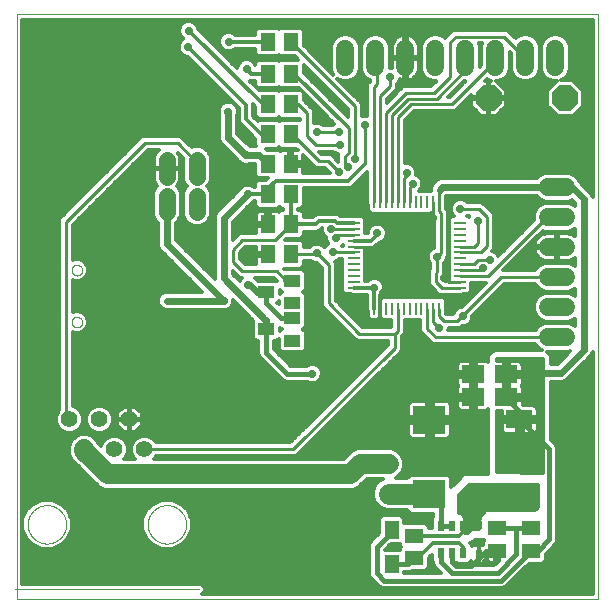
<source format=gbl>
G75*
%MOIN*%
%OFA0B0*%
%FSLAX25Y25*%
%IPPOS*%
%LPD*%
%AMOC8*
5,1,8,0,0,1.08239X$1,22.5*
%
%ADD10C,0.00000*%
%ADD11R,0.05118X0.05906*%
%ADD12R,0.11024X0.09449*%
%ADD13R,0.05906X0.05118*%
%ADD14R,0.07677X0.05906*%
%ADD15R,0.05512X0.03937*%
%ADD16R,0.02362X0.03150*%
%ADD17R,0.04724X0.05906*%
%ADD18R,0.03937X0.00787*%
%ADD19R,0.00787X0.03937*%
%ADD20R,0.02362X0.03543*%
%ADD21C,0.00039*%
%ADD22C,0.05543*%
%ADD23C,0.05600*%
%ADD24C,0.06000*%
%ADD25R,0.08661X0.06299*%
%ADD26OC8,0.08500*%
%ADD27C,0.01600*%
%ADD28C,0.02775*%
%ADD29C,0.01000*%
%ADD30C,0.01200*%
%ADD31C,0.02400*%
%ADD32C,0.06600*%
%ADD33C,0.07000*%
D10*
X0031644Y0065933D02*
X0031644Y0260894D01*
X0225345Y0260894D01*
X0225345Y0065933D01*
X0031644Y0065933D01*
X0035244Y0090933D02*
X0035246Y0091093D01*
X0035252Y0091252D01*
X0035262Y0091411D01*
X0035276Y0091570D01*
X0035294Y0091729D01*
X0035315Y0091887D01*
X0035341Y0092044D01*
X0035371Y0092201D01*
X0035404Y0092357D01*
X0035442Y0092512D01*
X0035483Y0092666D01*
X0035528Y0092819D01*
X0035577Y0092971D01*
X0035630Y0093122D01*
X0035686Y0093271D01*
X0035747Y0093419D01*
X0035810Y0093565D01*
X0035878Y0093710D01*
X0035949Y0093853D01*
X0036023Y0093994D01*
X0036101Y0094133D01*
X0036183Y0094270D01*
X0036268Y0094405D01*
X0036356Y0094538D01*
X0036448Y0094669D01*
X0036542Y0094797D01*
X0036640Y0094923D01*
X0036741Y0095047D01*
X0036845Y0095168D01*
X0036952Y0095286D01*
X0037062Y0095402D01*
X0037175Y0095515D01*
X0037291Y0095625D01*
X0037409Y0095732D01*
X0037530Y0095836D01*
X0037654Y0095937D01*
X0037780Y0096035D01*
X0037908Y0096129D01*
X0038039Y0096221D01*
X0038172Y0096309D01*
X0038307Y0096394D01*
X0038444Y0096476D01*
X0038583Y0096554D01*
X0038724Y0096628D01*
X0038867Y0096699D01*
X0039012Y0096767D01*
X0039158Y0096830D01*
X0039306Y0096891D01*
X0039455Y0096947D01*
X0039606Y0097000D01*
X0039758Y0097049D01*
X0039911Y0097094D01*
X0040065Y0097135D01*
X0040220Y0097173D01*
X0040376Y0097206D01*
X0040533Y0097236D01*
X0040690Y0097262D01*
X0040848Y0097283D01*
X0041007Y0097301D01*
X0041166Y0097315D01*
X0041325Y0097325D01*
X0041484Y0097331D01*
X0041644Y0097333D01*
X0041804Y0097331D01*
X0041963Y0097325D01*
X0042122Y0097315D01*
X0042281Y0097301D01*
X0042440Y0097283D01*
X0042598Y0097262D01*
X0042755Y0097236D01*
X0042912Y0097206D01*
X0043068Y0097173D01*
X0043223Y0097135D01*
X0043377Y0097094D01*
X0043530Y0097049D01*
X0043682Y0097000D01*
X0043833Y0096947D01*
X0043982Y0096891D01*
X0044130Y0096830D01*
X0044276Y0096767D01*
X0044421Y0096699D01*
X0044564Y0096628D01*
X0044705Y0096554D01*
X0044844Y0096476D01*
X0044981Y0096394D01*
X0045116Y0096309D01*
X0045249Y0096221D01*
X0045380Y0096129D01*
X0045508Y0096035D01*
X0045634Y0095937D01*
X0045758Y0095836D01*
X0045879Y0095732D01*
X0045997Y0095625D01*
X0046113Y0095515D01*
X0046226Y0095402D01*
X0046336Y0095286D01*
X0046443Y0095168D01*
X0046547Y0095047D01*
X0046648Y0094923D01*
X0046746Y0094797D01*
X0046840Y0094669D01*
X0046932Y0094538D01*
X0047020Y0094405D01*
X0047105Y0094270D01*
X0047187Y0094133D01*
X0047265Y0093994D01*
X0047339Y0093853D01*
X0047410Y0093710D01*
X0047478Y0093565D01*
X0047541Y0093419D01*
X0047602Y0093271D01*
X0047658Y0093122D01*
X0047711Y0092971D01*
X0047760Y0092819D01*
X0047805Y0092666D01*
X0047846Y0092512D01*
X0047884Y0092357D01*
X0047917Y0092201D01*
X0047947Y0092044D01*
X0047973Y0091887D01*
X0047994Y0091729D01*
X0048012Y0091570D01*
X0048026Y0091411D01*
X0048036Y0091252D01*
X0048042Y0091093D01*
X0048044Y0090933D01*
X0048042Y0090773D01*
X0048036Y0090614D01*
X0048026Y0090455D01*
X0048012Y0090296D01*
X0047994Y0090137D01*
X0047973Y0089979D01*
X0047947Y0089822D01*
X0047917Y0089665D01*
X0047884Y0089509D01*
X0047846Y0089354D01*
X0047805Y0089200D01*
X0047760Y0089047D01*
X0047711Y0088895D01*
X0047658Y0088744D01*
X0047602Y0088595D01*
X0047541Y0088447D01*
X0047478Y0088301D01*
X0047410Y0088156D01*
X0047339Y0088013D01*
X0047265Y0087872D01*
X0047187Y0087733D01*
X0047105Y0087596D01*
X0047020Y0087461D01*
X0046932Y0087328D01*
X0046840Y0087197D01*
X0046746Y0087069D01*
X0046648Y0086943D01*
X0046547Y0086819D01*
X0046443Y0086698D01*
X0046336Y0086580D01*
X0046226Y0086464D01*
X0046113Y0086351D01*
X0045997Y0086241D01*
X0045879Y0086134D01*
X0045758Y0086030D01*
X0045634Y0085929D01*
X0045508Y0085831D01*
X0045380Y0085737D01*
X0045249Y0085645D01*
X0045116Y0085557D01*
X0044981Y0085472D01*
X0044844Y0085390D01*
X0044705Y0085312D01*
X0044564Y0085238D01*
X0044421Y0085167D01*
X0044276Y0085099D01*
X0044130Y0085036D01*
X0043982Y0084975D01*
X0043833Y0084919D01*
X0043682Y0084866D01*
X0043530Y0084817D01*
X0043377Y0084772D01*
X0043223Y0084731D01*
X0043068Y0084693D01*
X0042912Y0084660D01*
X0042755Y0084630D01*
X0042598Y0084604D01*
X0042440Y0084583D01*
X0042281Y0084565D01*
X0042122Y0084551D01*
X0041963Y0084541D01*
X0041804Y0084535D01*
X0041644Y0084533D01*
X0041484Y0084535D01*
X0041325Y0084541D01*
X0041166Y0084551D01*
X0041007Y0084565D01*
X0040848Y0084583D01*
X0040690Y0084604D01*
X0040533Y0084630D01*
X0040376Y0084660D01*
X0040220Y0084693D01*
X0040065Y0084731D01*
X0039911Y0084772D01*
X0039758Y0084817D01*
X0039606Y0084866D01*
X0039455Y0084919D01*
X0039306Y0084975D01*
X0039158Y0085036D01*
X0039012Y0085099D01*
X0038867Y0085167D01*
X0038724Y0085238D01*
X0038583Y0085312D01*
X0038444Y0085390D01*
X0038307Y0085472D01*
X0038172Y0085557D01*
X0038039Y0085645D01*
X0037908Y0085737D01*
X0037780Y0085831D01*
X0037654Y0085929D01*
X0037530Y0086030D01*
X0037409Y0086134D01*
X0037291Y0086241D01*
X0037175Y0086351D01*
X0037062Y0086464D01*
X0036952Y0086580D01*
X0036845Y0086698D01*
X0036741Y0086819D01*
X0036640Y0086943D01*
X0036542Y0087069D01*
X0036448Y0087197D01*
X0036356Y0087328D01*
X0036268Y0087461D01*
X0036183Y0087596D01*
X0036101Y0087733D01*
X0036023Y0087872D01*
X0035949Y0088013D01*
X0035878Y0088156D01*
X0035810Y0088301D01*
X0035747Y0088447D01*
X0035686Y0088595D01*
X0035630Y0088744D01*
X0035577Y0088895D01*
X0035528Y0089047D01*
X0035483Y0089200D01*
X0035442Y0089354D01*
X0035404Y0089509D01*
X0035371Y0089665D01*
X0035341Y0089822D01*
X0035315Y0089979D01*
X0035294Y0090137D01*
X0035276Y0090296D01*
X0035262Y0090455D01*
X0035252Y0090614D01*
X0035246Y0090773D01*
X0035244Y0090933D01*
X0075244Y0090933D02*
X0075246Y0091093D01*
X0075252Y0091252D01*
X0075262Y0091411D01*
X0075276Y0091570D01*
X0075294Y0091729D01*
X0075315Y0091887D01*
X0075341Y0092044D01*
X0075371Y0092201D01*
X0075404Y0092357D01*
X0075442Y0092512D01*
X0075483Y0092666D01*
X0075528Y0092819D01*
X0075577Y0092971D01*
X0075630Y0093122D01*
X0075686Y0093271D01*
X0075747Y0093419D01*
X0075810Y0093565D01*
X0075878Y0093710D01*
X0075949Y0093853D01*
X0076023Y0093994D01*
X0076101Y0094133D01*
X0076183Y0094270D01*
X0076268Y0094405D01*
X0076356Y0094538D01*
X0076448Y0094669D01*
X0076542Y0094797D01*
X0076640Y0094923D01*
X0076741Y0095047D01*
X0076845Y0095168D01*
X0076952Y0095286D01*
X0077062Y0095402D01*
X0077175Y0095515D01*
X0077291Y0095625D01*
X0077409Y0095732D01*
X0077530Y0095836D01*
X0077654Y0095937D01*
X0077780Y0096035D01*
X0077908Y0096129D01*
X0078039Y0096221D01*
X0078172Y0096309D01*
X0078307Y0096394D01*
X0078444Y0096476D01*
X0078583Y0096554D01*
X0078724Y0096628D01*
X0078867Y0096699D01*
X0079012Y0096767D01*
X0079158Y0096830D01*
X0079306Y0096891D01*
X0079455Y0096947D01*
X0079606Y0097000D01*
X0079758Y0097049D01*
X0079911Y0097094D01*
X0080065Y0097135D01*
X0080220Y0097173D01*
X0080376Y0097206D01*
X0080533Y0097236D01*
X0080690Y0097262D01*
X0080848Y0097283D01*
X0081007Y0097301D01*
X0081166Y0097315D01*
X0081325Y0097325D01*
X0081484Y0097331D01*
X0081644Y0097333D01*
X0081804Y0097331D01*
X0081963Y0097325D01*
X0082122Y0097315D01*
X0082281Y0097301D01*
X0082440Y0097283D01*
X0082598Y0097262D01*
X0082755Y0097236D01*
X0082912Y0097206D01*
X0083068Y0097173D01*
X0083223Y0097135D01*
X0083377Y0097094D01*
X0083530Y0097049D01*
X0083682Y0097000D01*
X0083833Y0096947D01*
X0083982Y0096891D01*
X0084130Y0096830D01*
X0084276Y0096767D01*
X0084421Y0096699D01*
X0084564Y0096628D01*
X0084705Y0096554D01*
X0084844Y0096476D01*
X0084981Y0096394D01*
X0085116Y0096309D01*
X0085249Y0096221D01*
X0085380Y0096129D01*
X0085508Y0096035D01*
X0085634Y0095937D01*
X0085758Y0095836D01*
X0085879Y0095732D01*
X0085997Y0095625D01*
X0086113Y0095515D01*
X0086226Y0095402D01*
X0086336Y0095286D01*
X0086443Y0095168D01*
X0086547Y0095047D01*
X0086648Y0094923D01*
X0086746Y0094797D01*
X0086840Y0094669D01*
X0086932Y0094538D01*
X0087020Y0094405D01*
X0087105Y0094270D01*
X0087187Y0094133D01*
X0087265Y0093994D01*
X0087339Y0093853D01*
X0087410Y0093710D01*
X0087478Y0093565D01*
X0087541Y0093419D01*
X0087602Y0093271D01*
X0087658Y0093122D01*
X0087711Y0092971D01*
X0087760Y0092819D01*
X0087805Y0092666D01*
X0087846Y0092512D01*
X0087884Y0092357D01*
X0087917Y0092201D01*
X0087947Y0092044D01*
X0087973Y0091887D01*
X0087994Y0091729D01*
X0088012Y0091570D01*
X0088026Y0091411D01*
X0088036Y0091252D01*
X0088042Y0091093D01*
X0088044Y0090933D01*
X0088042Y0090773D01*
X0088036Y0090614D01*
X0088026Y0090455D01*
X0088012Y0090296D01*
X0087994Y0090137D01*
X0087973Y0089979D01*
X0087947Y0089822D01*
X0087917Y0089665D01*
X0087884Y0089509D01*
X0087846Y0089354D01*
X0087805Y0089200D01*
X0087760Y0089047D01*
X0087711Y0088895D01*
X0087658Y0088744D01*
X0087602Y0088595D01*
X0087541Y0088447D01*
X0087478Y0088301D01*
X0087410Y0088156D01*
X0087339Y0088013D01*
X0087265Y0087872D01*
X0087187Y0087733D01*
X0087105Y0087596D01*
X0087020Y0087461D01*
X0086932Y0087328D01*
X0086840Y0087197D01*
X0086746Y0087069D01*
X0086648Y0086943D01*
X0086547Y0086819D01*
X0086443Y0086698D01*
X0086336Y0086580D01*
X0086226Y0086464D01*
X0086113Y0086351D01*
X0085997Y0086241D01*
X0085879Y0086134D01*
X0085758Y0086030D01*
X0085634Y0085929D01*
X0085508Y0085831D01*
X0085380Y0085737D01*
X0085249Y0085645D01*
X0085116Y0085557D01*
X0084981Y0085472D01*
X0084844Y0085390D01*
X0084705Y0085312D01*
X0084564Y0085238D01*
X0084421Y0085167D01*
X0084276Y0085099D01*
X0084130Y0085036D01*
X0083982Y0084975D01*
X0083833Y0084919D01*
X0083682Y0084866D01*
X0083530Y0084817D01*
X0083377Y0084772D01*
X0083223Y0084731D01*
X0083068Y0084693D01*
X0082912Y0084660D01*
X0082755Y0084630D01*
X0082598Y0084604D01*
X0082440Y0084583D01*
X0082281Y0084565D01*
X0082122Y0084551D01*
X0081963Y0084541D01*
X0081804Y0084535D01*
X0081644Y0084533D01*
X0081484Y0084535D01*
X0081325Y0084541D01*
X0081166Y0084551D01*
X0081007Y0084565D01*
X0080848Y0084583D01*
X0080690Y0084604D01*
X0080533Y0084630D01*
X0080376Y0084660D01*
X0080220Y0084693D01*
X0080065Y0084731D01*
X0079911Y0084772D01*
X0079758Y0084817D01*
X0079606Y0084866D01*
X0079455Y0084919D01*
X0079306Y0084975D01*
X0079158Y0085036D01*
X0079012Y0085099D01*
X0078867Y0085167D01*
X0078724Y0085238D01*
X0078583Y0085312D01*
X0078444Y0085390D01*
X0078307Y0085472D01*
X0078172Y0085557D01*
X0078039Y0085645D01*
X0077908Y0085737D01*
X0077780Y0085831D01*
X0077654Y0085929D01*
X0077530Y0086030D01*
X0077409Y0086134D01*
X0077291Y0086241D01*
X0077175Y0086351D01*
X0077062Y0086464D01*
X0076952Y0086580D01*
X0076845Y0086698D01*
X0076741Y0086819D01*
X0076640Y0086943D01*
X0076542Y0087069D01*
X0076448Y0087197D01*
X0076356Y0087328D01*
X0076268Y0087461D01*
X0076183Y0087596D01*
X0076101Y0087733D01*
X0076023Y0087872D01*
X0075949Y0088013D01*
X0075878Y0088156D01*
X0075810Y0088301D01*
X0075747Y0088447D01*
X0075686Y0088595D01*
X0075630Y0088744D01*
X0075577Y0088895D01*
X0075528Y0089047D01*
X0075483Y0089200D01*
X0075442Y0089354D01*
X0075404Y0089509D01*
X0075371Y0089665D01*
X0075341Y0089822D01*
X0075315Y0089979D01*
X0075294Y0090137D01*
X0075276Y0090296D01*
X0075262Y0090455D01*
X0075252Y0090614D01*
X0075246Y0090773D01*
X0075244Y0090933D01*
X0049872Y0158335D02*
X0049874Y0158419D01*
X0049880Y0158502D01*
X0049890Y0158585D01*
X0049904Y0158668D01*
X0049921Y0158750D01*
X0049943Y0158831D01*
X0049968Y0158910D01*
X0049997Y0158989D01*
X0050030Y0159066D01*
X0050066Y0159141D01*
X0050106Y0159215D01*
X0050149Y0159287D01*
X0050196Y0159356D01*
X0050246Y0159423D01*
X0050299Y0159488D01*
X0050355Y0159550D01*
X0050413Y0159610D01*
X0050475Y0159667D01*
X0050539Y0159720D01*
X0050606Y0159771D01*
X0050675Y0159818D01*
X0050746Y0159863D01*
X0050819Y0159903D01*
X0050894Y0159940D01*
X0050971Y0159974D01*
X0051049Y0160004D01*
X0051128Y0160030D01*
X0051209Y0160053D01*
X0051291Y0160071D01*
X0051373Y0160086D01*
X0051456Y0160097D01*
X0051539Y0160104D01*
X0051623Y0160107D01*
X0051707Y0160106D01*
X0051790Y0160101D01*
X0051874Y0160092D01*
X0051956Y0160079D01*
X0052038Y0160063D01*
X0052119Y0160042D01*
X0052200Y0160018D01*
X0052278Y0159990D01*
X0052356Y0159958D01*
X0052432Y0159922D01*
X0052506Y0159883D01*
X0052578Y0159841D01*
X0052648Y0159795D01*
X0052716Y0159746D01*
X0052781Y0159694D01*
X0052844Y0159639D01*
X0052904Y0159581D01*
X0052962Y0159520D01*
X0053016Y0159456D01*
X0053068Y0159390D01*
X0053116Y0159322D01*
X0053161Y0159251D01*
X0053202Y0159178D01*
X0053241Y0159104D01*
X0053275Y0159028D01*
X0053306Y0158950D01*
X0053333Y0158871D01*
X0053357Y0158790D01*
X0053376Y0158709D01*
X0053392Y0158627D01*
X0053404Y0158544D01*
X0053412Y0158460D01*
X0053416Y0158377D01*
X0053416Y0158293D01*
X0053412Y0158210D01*
X0053404Y0158126D01*
X0053392Y0158043D01*
X0053376Y0157961D01*
X0053357Y0157880D01*
X0053333Y0157799D01*
X0053306Y0157720D01*
X0053275Y0157642D01*
X0053241Y0157566D01*
X0053202Y0157492D01*
X0053161Y0157419D01*
X0053116Y0157348D01*
X0053068Y0157280D01*
X0053016Y0157214D01*
X0052962Y0157150D01*
X0052904Y0157089D01*
X0052844Y0157031D01*
X0052781Y0156976D01*
X0052716Y0156924D01*
X0052648Y0156875D01*
X0052578Y0156829D01*
X0052506Y0156787D01*
X0052432Y0156748D01*
X0052356Y0156712D01*
X0052278Y0156680D01*
X0052200Y0156652D01*
X0052119Y0156628D01*
X0052038Y0156607D01*
X0051956Y0156591D01*
X0051874Y0156578D01*
X0051790Y0156569D01*
X0051707Y0156564D01*
X0051623Y0156563D01*
X0051539Y0156566D01*
X0051456Y0156573D01*
X0051373Y0156584D01*
X0051291Y0156599D01*
X0051209Y0156617D01*
X0051128Y0156640D01*
X0051049Y0156666D01*
X0050971Y0156696D01*
X0050894Y0156730D01*
X0050819Y0156767D01*
X0050746Y0156807D01*
X0050675Y0156852D01*
X0050606Y0156899D01*
X0050539Y0156950D01*
X0050475Y0157003D01*
X0050413Y0157060D01*
X0050355Y0157120D01*
X0050299Y0157182D01*
X0050246Y0157247D01*
X0050196Y0157314D01*
X0050149Y0157383D01*
X0050106Y0157455D01*
X0050066Y0157529D01*
X0050030Y0157604D01*
X0049997Y0157681D01*
X0049968Y0157760D01*
X0049943Y0157839D01*
X0049921Y0157920D01*
X0049904Y0158002D01*
X0049890Y0158085D01*
X0049880Y0158168D01*
X0049874Y0158251D01*
X0049872Y0158335D01*
X0049872Y0175657D02*
X0049874Y0175741D01*
X0049880Y0175824D01*
X0049890Y0175907D01*
X0049904Y0175990D01*
X0049921Y0176072D01*
X0049943Y0176153D01*
X0049968Y0176232D01*
X0049997Y0176311D01*
X0050030Y0176388D01*
X0050066Y0176463D01*
X0050106Y0176537D01*
X0050149Y0176609D01*
X0050196Y0176678D01*
X0050246Y0176745D01*
X0050299Y0176810D01*
X0050355Y0176872D01*
X0050413Y0176932D01*
X0050475Y0176989D01*
X0050539Y0177042D01*
X0050606Y0177093D01*
X0050675Y0177140D01*
X0050746Y0177185D01*
X0050819Y0177225D01*
X0050894Y0177262D01*
X0050971Y0177296D01*
X0051049Y0177326D01*
X0051128Y0177352D01*
X0051209Y0177375D01*
X0051291Y0177393D01*
X0051373Y0177408D01*
X0051456Y0177419D01*
X0051539Y0177426D01*
X0051623Y0177429D01*
X0051707Y0177428D01*
X0051790Y0177423D01*
X0051874Y0177414D01*
X0051956Y0177401D01*
X0052038Y0177385D01*
X0052119Y0177364D01*
X0052200Y0177340D01*
X0052278Y0177312D01*
X0052356Y0177280D01*
X0052432Y0177244D01*
X0052506Y0177205D01*
X0052578Y0177163D01*
X0052648Y0177117D01*
X0052716Y0177068D01*
X0052781Y0177016D01*
X0052844Y0176961D01*
X0052904Y0176903D01*
X0052962Y0176842D01*
X0053016Y0176778D01*
X0053068Y0176712D01*
X0053116Y0176644D01*
X0053161Y0176573D01*
X0053202Y0176500D01*
X0053241Y0176426D01*
X0053275Y0176350D01*
X0053306Y0176272D01*
X0053333Y0176193D01*
X0053357Y0176112D01*
X0053376Y0176031D01*
X0053392Y0175949D01*
X0053404Y0175866D01*
X0053412Y0175782D01*
X0053416Y0175699D01*
X0053416Y0175615D01*
X0053412Y0175532D01*
X0053404Y0175448D01*
X0053392Y0175365D01*
X0053376Y0175283D01*
X0053357Y0175202D01*
X0053333Y0175121D01*
X0053306Y0175042D01*
X0053275Y0174964D01*
X0053241Y0174888D01*
X0053202Y0174814D01*
X0053161Y0174741D01*
X0053116Y0174670D01*
X0053068Y0174602D01*
X0053016Y0174536D01*
X0052962Y0174472D01*
X0052904Y0174411D01*
X0052844Y0174353D01*
X0052781Y0174298D01*
X0052716Y0174246D01*
X0052648Y0174197D01*
X0052578Y0174151D01*
X0052506Y0174109D01*
X0052432Y0174070D01*
X0052356Y0174034D01*
X0052278Y0174002D01*
X0052200Y0173974D01*
X0052119Y0173950D01*
X0052038Y0173929D01*
X0051956Y0173913D01*
X0051874Y0173900D01*
X0051790Y0173891D01*
X0051707Y0173886D01*
X0051623Y0173885D01*
X0051539Y0173888D01*
X0051456Y0173895D01*
X0051373Y0173906D01*
X0051291Y0173921D01*
X0051209Y0173939D01*
X0051128Y0173962D01*
X0051049Y0173988D01*
X0050971Y0174018D01*
X0050894Y0174052D01*
X0050819Y0174089D01*
X0050746Y0174129D01*
X0050675Y0174174D01*
X0050606Y0174221D01*
X0050539Y0174272D01*
X0050475Y0174325D01*
X0050413Y0174382D01*
X0050355Y0174442D01*
X0050299Y0174504D01*
X0050246Y0174569D01*
X0050196Y0174636D01*
X0050149Y0174705D01*
X0050106Y0174777D01*
X0050066Y0174851D01*
X0050030Y0174926D01*
X0049997Y0175003D01*
X0049968Y0175082D01*
X0049943Y0175161D01*
X0049921Y0175242D01*
X0049904Y0175324D01*
X0049890Y0175407D01*
X0049880Y0175490D01*
X0049874Y0175573D01*
X0049872Y0175657D01*
D11*
X0115404Y0180933D03*
X0122884Y0180933D03*
X0122884Y0190933D03*
X0115404Y0190933D03*
X0115404Y0200933D03*
X0122884Y0200933D03*
X0122884Y0211051D03*
X0115404Y0211051D03*
X0115404Y0220933D03*
X0122884Y0220933D03*
X0122884Y0230933D03*
X0115404Y0230933D03*
X0115404Y0241130D03*
X0122884Y0241130D03*
X0122884Y0251681D03*
X0115404Y0251681D03*
D12*
X0169144Y0125835D03*
X0169144Y0101031D03*
D13*
X0164144Y0087173D03*
X0164144Y0079693D03*
X0191644Y0082193D03*
X0191644Y0089673D03*
X0203144Y0089673D03*
X0203144Y0082193D03*
D14*
X0194557Y0133433D03*
X0194557Y0140933D03*
X0183730Y0140933D03*
X0183730Y0133433D03*
D15*
X0123474Y0152193D03*
X0123474Y0159673D03*
X0123474Y0164693D03*
X0123474Y0172173D03*
X0114813Y0168433D03*
X0114813Y0155933D03*
D16*
X0155620Y0110972D03*
X0155620Y0101130D03*
X0185644Y0090854D03*
X0185644Y0081012D03*
D17*
X0156644Y0077724D03*
X0156644Y0089142D03*
D18*
X0143849Y0169772D03*
X0143849Y0171740D03*
X0143849Y0173709D03*
X0143849Y0175677D03*
X0143849Y0177646D03*
X0143849Y0179614D03*
X0143849Y0181583D03*
X0143849Y0183551D03*
X0143849Y0185520D03*
X0143849Y0187488D03*
X0143849Y0189457D03*
X0143849Y0191425D03*
X0179282Y0191425D03*
X0179282Y0189457D03*
X0179282Y0187488D03*
X0179282Y0185520D03*
X0179282Y0183551D03*
X0179282Y0181583D03*
X0179282Y0179614D03*
X0179282Y0177646D03*
X0179282Y0175677D03*
X0179282Y0173709D03*
X0179282Y0171740D03*
X0179282Y0169772D03*
D19*
X0172392Y0162882D03*
X0170423Y0162882D03*
X0168455Y0162882D03*
X0166486Y0162882D03*
X0164518Y0162882D03*
X0162549Y0162882D03*
X0160581Y0162882D03*
X0158612Y0162882D03*
X0156644Y0162882D03*
X0154675Y0162882D03*
X0152707Y0162882D03*
X0150738Y0162882D03*
X0150738Y0198315D03*
X0152707Y0198315D03*
X0154675Y0198315D03*
X0156644Y0198315D03*
X0158612Y0198315D03*
X0160581Y0198315D03*
X0162549Y0198315D03*
X0164518Y0198315D03*
X0166486Y0198315D03*
X0168455Y0198315D03*
X0170423Y0198315D03*
X0172392Y0198315D03*
D20*
X0172904Y0090461D03*
X0176644Y0090461D03*
X0180384Y0090461D03*
X0180384Y0081406D03*
X0176644Y0081406D03*
X0172904Y0081406D03*
D21*
X0092394Y0069240D02*
X0030894Y0069240D01*
D22*
X0054144Y0115933D03*
X0059144Y0125933D03*
X0069144Y0125933D03*
X0074144Y0115933D03*
X0064144Y0115933D03*
X0049144Y0125933D03*
D23*
X0081658Y0194893D02*
X0081658Y0200493D01*
X0081644Y0206735D02*
X0081644Y0212335D01*
X0091644Y0212335D02*
X0091644Y0206735D01*
X0091658Y0200493D02*
X0091658Y0194893D01*
X0169144Y0101031D02*
X0169045Y0100933D01*
D24*
X0208723Y0153315D02*
X0214723Y0153315D01*
X0214723Y0163315D02*
X0208723Y0163315D01*
X0208723Y0173315D02*
X0214723Y0173315D01*
X0214723Y0183315D02*
X0208723Y0183315D01*
X0208723Y0193315D02*
X0214723Y0193315D01*
X0214723Y0203315D02*
X0208723Y0203315D01*
X0211152Y0243425D02*
X0211152Y0249425D01*
X0201152Y0249425D02*
X0201152Y0243425D01*
X0191152Y0243425D02*
X0191152Y0249425D01*
X0181152Y0249425D02*
X0181152Y0243425D01*
X0171152Y0243425D02*
X0171152Y0249425D01*
X0161152Y0249425D02*
X0161152Y0243425D01*
X0151152Y0243425D02*
X0151152Y0249425D01*
X0141152Y0249425D02*
X0141152Y0243425D01*
D25*
X0199144Y0126031D03*
X0199144Y0100835D03*
D26*
X0188844Y0232941D03*
X0214444Y0232941D03*
D27*
X0206644Y0145933D02*
X0191644Y0145933D01*
X0191644Y0145686D01*
X0193881Y0145686D01*
X0193881Y0141610D01*
X0195234Y0141610D01*
X0195234Y0145686D01*
X0198633Y0145686D01*
X0199091Y0145563D01*
X0199501Y0145326D01*
X0199836Y0144991D01*
X0200073Y0144581D01*
X0200196Y0144123D01*
X0200196Y0141609D01*
X0195234Y0141609D01*
X0195234Y0140257D01*
X0200196Y0140257D01*
X0200196Y0137743D01*
X0200073Y0137286D01*
X0200014Y0137183D01*
X0200073Y0137081D01*
X0200196Y0136623D01*
X0200196Y0134109D01*
X0195234Y0134109D01*
X0195234Y0132757D01*
X0200196Y0132757D01*
X0200196Y0130981D01*
X0203711Y0130981D01*
X0204169Y0130858D01*
X0204580Y0130621D01*
X0204915Y0130286D01*
X0205152Y0129876D01*
X0205274Y0129418D01*
X0205274Y0126806D01*
X0199919Y0126806D01*
X0199919Y0125257D01*
X0205274Y0125257D01*
X0205274Y0122645D01*
X0205152Y0122187D01*
X0204915Y0121777D01*
X0204580Y0121442D01*
X0204169Y0121205D01*
X0203711Y0121082D01*
X0199919Y0121082D01*
X0199919Y0125257D01*
X0198369Y0125257D01*
X0193013Y0125257D01*
X0193013Y0122645D01*
X0193136Y0122187D01*
X0193373Y0121777D01*
X0193708Y0121442D01*
X0194118Y0121205D01*
X0194576Y0121082D01*
X0198369Y0121082D01*
X0198369Y0125257D01*
X0198369Y0126806D01*
X0193013Y0126806D01*
X0193013Y0128680D01*
X0191644Y0128680D01*
X0191644Y0108630D01*
X0206644Y0108433D01*
X0206644Y0145933D01*
X0206644Y0145859D02*
X0191644Y0145859D01*
X0193881Y0144260D02*
X0195234Y0144260D01*
X0195234Y0142662D02*
X0193881Y0142662D01*
X0194557Y0140933D02*
X0194557Y0133433D01*
X0199144Y0128846D01*
X0199144Y0126031D01*
X0209144Y0116031D01*
X0209144Y0085933D01*
X0205404Y0082193D01*
X0203144Y0082193D01*
X0202904Y0082193D01*
X0192894Y0072183D01*
X0154144Y0072183D01*
X0151644Y0074683D01*
X0151644Y0083433D01*
X0156644Y0088433D01*
X0156644Y0089142D01*
X0164144Y0079693D02*
X0165404Y0079693D01*
X0164144Y0079693D02*
X0162175Y0077724D01*
X0156644Y0077724D01*
X0172894Y0078433D02*
X0176644Y0074683D01*
X0191894Y0074683D01*
X0198144Y0080933D01*
X0198144Y0089673D01*
X0203144Y0089673D01*
X0198144Y0089673D02*
X0191644Y0089673D01*
X0185491Y0089683D02*
X0185491Y0092869D01*
X0185978Y0094045D01*
X0186878Y0094945D01*
X0186894Y0094951D01*
X0186894Y0095933D01*
X0204144Y0095933D01*
X0205144Y0096933D01*
X0205144Y0103899D01*
X0205000Y0104063D01*
X0182500Y0104063D01*
X0179144Y0100608D01*
X0179144Y0095150D01*
X0179638Y0094945D01*
X0180538Y0094045D01*
X0181025Y0092869D01*
X0181025Y0088433D01*
X0181644Y0088433D01*
X0182894Y0089683D01*
X0185491Y0089683D01*
X0185491Y0089911D02*
X0181025Y0089911D01*
X0181025Y0091509D02*
X0185491Y0091509D01*
X0185590Y0093108D02*
X0180926Y0093108D01*
X0179876Y0094706D02*
X0186640Y0094706D01*
X0179144Y0096305D02*
X0204516Y0096305D01*
X0205144Y0097903D02*
X0179144Y0097903D01*
X0179144Y0099502D02*
X0205144Y0099502D01*
X0205144Y0101100D02*
X0179622Y0101100D01*
X0181175Y0102699D02*
X0205144Y0102699D01*
X0206644Y0109093D02*
X0191644Y0109093D01*
X0191644Y0110691D02*
X0206644Y0110691D01*
X0206644Y0112290D02*
X0191644Y0112290D01*
X0191644Y0113888D02*
X0206644Y0113888D01*
X0206644Y0115487D02*
X0191644Y0115487D01*
X0191644Y0117085D02*
X0206644Y0117085D01*
X0206644Y0118684D02*
X0191644Y0118684D01*
X0191644Y0120282D02*
X0206644Y0120282D01*
X0206644Y0121881D02*
X0204975Y0121881D01*
X0205274Y0123479D02*
X0206644Y0123479D01*
X0206644Y0125078D02*
X0205274Y0125078D01*
X0206644Y0126677D02*
X0199919Y0126677D01*
X0198369Y0126677D02*
X0191644Y0126677D01*
X0191644Y0128275D02*
X0193013Y0128275D01*
X0193013Y0125078D02*
X0191644Y0125078D01*
X0191644Y0123479D02*
X0193013Y0123479D01*
X0193312Y0121881D02*
X0191644Y0121881D01*
X0187175Y0121881D02*
X0176456Y0121881D01*
X0176456Y0120873D02*
X0176456Y0125035D01*
X0169944Y0125035D01*
X0169944Y0126635D01*
X0168344Y0126635D01*
X0168344Y0132359D01*
X0163395Y0132359D01*
X0162937Y0132236D01*
X0162527Y0131999D01*
X0162192Y0131664D01*
X0161955Y0131254D01*
X0161832Y0130796D01*
X0161832Y0126635D01*
X0168344Y0126635D01*
X0168344Y0125035D01*
X0161832Y0125035D01*
X0161832Y0120873D01*
X0161955Y0120415D01*
X0162192Y0120005D01*
X0162527Y0119670D01*
X0162937Y0119433D01*
X0163395Y0119310D01*
X0168344Y0119310D01*
X0168344Y0125035D01*
X0169944Y0125035D01*
X0169944Y0119310D01*
X0174893Y0119310D01*
X0175350Y0119433D01*
X0175761Y0119670D01*
X0176096Y0120005D01*
X0176333Y0120415D01*
X0176456Y0120873D01*
X0176256Y0120282D02*
X0187175Y0120282D01*
X0187175Y0118684D02*
X0161644Y0118684D01*
X0161644Y0120282D02*
X0162031Y0120282D01*
X0161832Y0121881D02*
X0161644Y0121881D01*
X0161644Y0123479D02*
X0161832Y0123479D01*
X0161644Y0125078D02*
X0168344Y0125078D01*
X0168344Y0126677D02*
X0169944Y0126677D01*
X0169944Y0126635D02*
X0169944Y0132359D01*
X0174893Y0132359D01*
X0175350Y0132236D01*
X0175761Y0131999D01*
X0176096Y0131664D01*
X0176333Y0131254D01*
X0176456Y0130796D01*
X0176456Y0126635D01*
X0169944Y0126635D01*
X0169944Y0125078D02*
X0187175Y0125078D01*
X0187175Y0126677D02*
X0176456Y0126677D01*
X0176456Y0128275D02*
X0187175Y0128275D01*
X0187175Y0128680D02*
X0187175Y0108630D01*
X0161644Y0108433D01*
X0161644Y0145933D01*
X0187175Y0145933D01*
X0187175Y0145686D01*
X0184407Y0145686D01*
X0184407Y0141610D01*
X0183054Y0141610D01*
X0183054Y0145686D01*
X0179655Y0145686D01*
X0179197Y0145563D01*
X0178787Y0145326D01*
X0178451Y0144991D01*
X0178214Y0144581D01*
X0178092Y0144123D01*
X0178092Y0141609D01*
X0183054Y0141609D01*
X0183054Y0140257D01*
X0178092Y0140257D01*
X0178092Y0137743D01*
X0178214Y0137286D01*
X0178274Y0137183D01*
X0178214Y0137081D01*
X0178092Y0136623D01*
X0178092Y0134109D01*
X0183054Y0134109D01*
X0183054Y0132757D01*
X0178092Y0132757D01*
X0178092Y0130243D01*
X0178214Y0129786D01*
X0178451Y0129375D01*
X0178787Y0129040D01*
X0179197Y0128803D01*
X0179655Y0128680D01*
X0183054Y0128680D01*
X0183054Y0132757D01*
X0184407Y0132757D01*
X0184407Y0128680D01*
X0187175Y0128680D01*
X0184407Y0129874D02*
X0183054Y0129874D01*
X0183054Y0131472D02*
X0184407Y0131472D01*
X0183730Y0133433D02*
X0183730Y0140933D01*
X0183054Y0141063D02*
X0161644Y0141063D01*
X0161644Y0139465D02*
X0178092Y0139465D01*
X0178092Y0137866D02*
X0161644Y0137866D01*
X0161644Y0136268D02*
X0178092Y0136268D01*
X0178092Y0134669D02*
X0161644Y0134669D01*
X0161644Y0133071D02*
X0183054Y0133071D01*
X0183054Y0134110D02*
X0183054Y0140257D01*
X0184407Y0140257D01*
X0184407Y0136180D01*
X0184407Y0134110D01*
X0183054Y0134110D01*
X0183054Y0134669D02*
X0184407Y0134669D01*
X0184407Y0136268D02*
X0183054Y0136268D01*
X0183054Y0137866D02*
X0184407Y0137866D01*
X0184407Y0139465D02*
X0183054Y0139465D01*
X0183054Y0142662D02*
X0184407Y0142662D01*
X0184407Y0144260D02*
X0183054Y0144260D01*
X0187175Y0145859D02*
X0161644Y0145859D01*
X0161644Y0144260D02*
X0178129Y0144260D01*
X0178092Y0142662D02*
X0161644Y0142662D01*
X0161644Y0131472D02*
X0162081Y0131472D01*
X0161832Y0129874D02*
X0161644Y0129874D01*
X0161644Y0128275D02*
X0161832Y0128275D01*
X0161832Y0126677D02*
X0161644Y0126677D01*
X0168344Y0128275D02*
X0169944Y0128275D01*
X0169944Y0129874D02*
X0168344Y0129874D01*
X0168344Y0131472D02*
X0169944Y0131472D01*
X0176207Y0131472D02*
X0178092Y0131472D01*
X0178191Y0129874D02*
X0176456Y0129874D01*
X0176456Y0123479D02*
X0187175Y0123479D01*
X0187175Y0117085D02*
X0161644Y0117085D01*
X0161644Y0115487D02*
X0187175Y0115487D01*
X0187175Y0113888D02*
X0161644Y0113888D01*
X0161644Y0112290D02*
X0187175Y0112290D01*
X0187175Y0110691D02*
X0161644Y0110691D01*
X0161644Y0109093D02*
X0187175Y0109093D01*
X0198369Y0121881D02*
X0199919Y0121881D01*
X0199919Y0123479D02*
X0198369Y0123479D01*
X0198369Y0125078D02*
X0199919Y0125078D01*
X0205274Y0128275D02*
X0206644Y0128275D01*
X0206644Y0129874D02*
X0205152Y0129874D01*
X0206644Y0131472D02*
X0200196Y0131472D01*
X0200196Y0134669D02*
X0206644Y0134669D01*
X0206644Y0133071D02*
X0195234Y0133071D01*
X0195234Y0134110D02*
X0193881Y0134110D01*
X0193881Y0140257D01*
X0195234Y0140257D01*
X0195234Y0136180D01*
X0195234Y0134110D01*
X0195234Y0134669D02*
X0193881Y0134669D01*
X0193881Y0136268D02*
X0195234Y0136268D01*
X0195234Y0137866D02*
X0193881Y0137866D01*
X0193881Y0139465D02*
X0195234Y0139465D01*
X0195234Y0141063D02*
X0206644Y0141063D01*
X0206644Y0139465D02*
X0200196Y0139465D01*
X0200196Y0137866D02*
X0206644Y0137866D01*
X0206644Y0136268D02*
X0200196Y0136268D01*
X0200196Y0142662D02*
X0206644Y0142662D01*
X0206644Y0144260D02*
X0200159Y0144260D01*
X0169944Y0123479D02*
X0168344Y0123479D01*
X0168344Y0121881D02*
X0169944Y0121881D01*
X0169944Y0120282D02*
X0168344Y0120282D01*
X0169144Y0101031D02*
X0172904Y0097272D01*
X0172904Y0090461D01*
X0176644Y0090461D01*
X0176644Y0081406D02*
X0176644Y0078433D01*
X0177894Y0077183D01*
X0182894Y0077183D01*
X0187904Y0082193D01*
X0187904Y0078443D01*
X0187894Y0078433D01*
X0187904Y0082193D02*
X0191644Y0082193D01*
X0180394Y0081415D02*
X0180384Y0081406D01*
X0172904Y0081406D02*
X0172894Y0081396D01*
X0172894Y0078433D01*
X0130069Y0141130D02*
X0121801Y0141130D01*
X0114715Y0148217D01*
X0114715Y0155835D01*
X0114813Y0155933D01*
X0119833Y0159634D02*
X0123435Y0159634D01*
X0123474Y0159673D01*
X0119833Y0159634D02*
X0114813Y0164654D01*
X0114813Y0168433D01*
D28*
X0108809Y0170657D03*
X0100541Y0165539D03*
X0109203Y0181287D03*
X0109203Y0189949D03*
X0108612Y0200972D03*
X0102116Y0205697D03*
X0108022Y0213965D03*
X0109597Y0217902D03*
X0102116Y0228531D03*
X0108219Y0242705D03*
X0102313Y0251760D03*
X0088730Y0249988D03*
X0088927Y0255500D03*
X0064321Y0252941D03*
X0065108Y0215539D03*
X0130463Y0209240D03*
X0139124Y0208256D03*
X0142077Y0210028D03*
X0144242Y0212783D03*
X0139321Y0217508D03*
X0139124Y0221642D03*
X0131644Y0221642D03*
X0147786Y0224004D03*
X0147392Y0228138D03*
X0156053Y0239949D03*
X0165896Y0227744D03*
X0165896Y0217114D03*
X0161565Y0208059D03*
X0163534Y0204516D03*
X0170423Y0193098D03*
X0179478Y0196051D03*
X0185187Y0192114D03*
X0171801Y0180106D03*
X0174163Y0173217D03*
X0180266Y0160224D03*
X0186368Y0159240D03*
X0189912Y0159240D03*
X0193455Y0159240D03*
X0186959Y0176366D03*
X0189321Y0178925D03*
X0172392Y0156484D03*
X0177894Y0140933D03*
X0177894Y0133433D03*
X0204478Y0141524D03*
X0205266Y0112783D03*
X0187894Y0078433D03*
X0160384Y0100972D03*
X0121408Y0087587D03*
X0130069Y0141130D03*
X0131250Y0166327D03*
X0140305Y0166327D03*
X0150738Y0169772D03*
X0153691Y0168098D03*
X0151526Y0183551D03*
X0151723Y0187980D03*
X0142667Y0198610D03*
X0136467Y0189457D03*
X0137943Y0186406D03*
X0136959Y0181583D03*
X0131644Y0181287D03*
X0178888Y0210421D03*
D29*
X0172589Y0202547D02*
X0172392Y0202350D01*
X0172392Y0198315D01*
X0172392Y0195264D01*
X0172982Y0194673D01*
X0172982Y0181287D01*
X0171801Y0180106D01*
X0171801Y0174988D01*
X0171408Y0174594D01*
X0171408Y0171839D01*
X0173376Y0169870D01*
X0173376Y0169772D01*
X0179282Y0169772D01*
X0179282Y0171740D02*
X0175640Y0171740D01*
X0174163Y0173217D01*
X0179282Y0173709D02*
X0188632Y0173709D01*
X0208238Y0193315D01*
X0211723Y0193315D01*
X0211723Y0173315D02*
X0193160Y0173315D01*
X0180069Y0160224D01*
X0180266Y0160224D01*
X0180069Y0160224D02*
X0178494Y0158650D01*
X0173967Y0158650D01*
X0172392Y0160224D01*
X0172392Y0162882D01*
X0170423Y0162882D02*
X0170423Y0158453D01*
X0172392Y0156484D01*
X0171211Y0153335D02*
X0211703Y0153335D01*
X0211723Y0153315D01*
X0186959Y0176366D02*
X0186270Y0175677D01*
X0179282Y0175677D01*
X0179282Y0177646D02*
X0183908Y0177646D01*
X0185187Y0178925D01*
X0189321Y0178925D01*
X0186959Y0176366D02*
X0186663Y0176071D01*
X0186171Y0181583D02*
X0179282Y0181583D01*
X0179282Y0183551D02*
X0184104Y0183551D01*
X0185187Y0184634D01*
X0185187Y0192114D01*
X0188337Y0193295D02*
X0185581Y0196051D01*
X0179478Y0196051D01*
X0170423Y0198315D02*
X0170423Y0193098D01*
X0162549Y0198315D02*
X0162549Y0203531D01*
X0163534Y0204516D01*
X0161565Y0207272D02*
X0160581Y0206287D01*
X0160581Y0198315D01*
X0158612Y0198315D02*
X0158612Y0226563D01*
X0163140Y0231091D01*
X0176801Y0231091D01*
X0191152Y0245441D01*
X0191152Y0246425D01*
X0194045Y0253531D02*
X0177904Y0253531D01*
X0176132Y0251760D01*
X0176132Y0240146D01*
X0170620Y0234634D01*
X0161368Y0234634D01*
X0154675Y0227941D01*
X0154675Y0198315D01*
X0152707Y0198315D02*
X0152707Y0233650D01*
X0156053Y0236996D01*
X0156053Y0239949D01*
X0151723Y0237685D02*
X0151723Y0245854D01*
X0151152Y0246425D01*
X0151723Y0237685D02*
X0150738Y0236701D01*
X0150738Y0198315D01*
X0156644Y0198315D02*
X0156644Y0227350D01*
X0162156Y0232862D01*
X0171604Y0232862D01*
X0181053Y0242311D01*
X0181053Y0246327D01*
X0181152Y0246425D01*
X0194045Y0253531D02*
X0201152Y0246425D01*
X0161565Y0208059D02*
X0161565Y0207272D01*
X0147786Y0211209D02*
X0147786Y0224004D01*
X0142274Y0223020D02*
X0141880Y0223413D01*
X0142274Y0223020D02*
X0142274Y0214752D01*
X0141093Y0213571D01*
X0141093Y0211012D01*
X0142077Y0210028D01*
X0141289Y0210815D01*
X0139124Y0208256D02*
X0135384Y0211996D01*
X0132234Y0211996D01*
X0123297Y0220933D01*
X0122884Y0220933D01*
X0128297Y0220461D02*
X0128297Y0227941D01*
X0125305Y0230933D01*
X0122884Y0230933D01*
X0128297Y0220461D02*
X0131250Y0217508D01*
X0139321Y0217508D01*
X0139124Y0221642D02*
X0131644Y0221642D01*
X0144242Y0230323D02*
X0144242Y0212783D01*
X0144242Y0230323D02*
X0122884Y0251681D01*
X0122884Y0241130D02*
X0124360Y0241130D01*
X0091644Y0209535D02*
X0091093Y0210087D01*
X0091093Y0212193D01*
X0085187Y0218098D01*
X0074360Y0218098D01*
X0047963Y0191701D01*
X0047963Y0127114D01*
X0049144Y0125933D01*
X0074144Y0115933D02*
X0123770Y0115933D01*
X0157628Y0149791D01*
X0157628Y0154516D01*
X0145817Y0154516D01*
X0135581Y0164752D01*
X0135581Y0177350D01*
X0131644Y0181287D01*
X0131289Y0180933D01*
X0122884Y0180933D01*
X0117569Y0185618D02*
X0122884Y0190933D01*
X0117569Y0185618D02*
X0106841Y0185618D01*
X0103691Y0182469D01*
X0103691Y0178531D01*
X0106841Y0175382D01*
X0118258Y0175382D01*
X0121112Y0172528D01*
X0121112Y0172134D01*
X0136959Y0181583D02*
X0143849Y0181583D01*
X0143849Y0183551D02*
X0151526Y0183551D01*
X0143849Y0187488D02*
X0138927Y0187488D01*
X0137943Y0186504D01*
X0137943Y0186406D01*
X0136467Y0189457D02*
X0143849Y0189457D01*
X0153494Y0168098D02*
X0153691Y0168098D01*
X0153494Y0168098D02*
X0152707Y0167311D01*
X0152707Y0162882D01*
X0158612Y0162882D02*
X0158612Y0155500D01*
X0157628Y0154516D01*
X0168455Y0156091D02*
X0171211Y0153335D01*
X0168455Y0156091D02*
X0168455Y0162882D01*
X0186171Y0181583D02*
X0186270Y0181681D01*
X0186368Y0181681D01*
X0188337Y0183650D01*
X0188337Y0193295D01*
X0183730Y0140933D02*
X0177894Y0140933D01*
X0177894Y0133433D02*
X0183730Y0133433D01*
D30*
X0183130Y0133050D02*
X0144139Y0133050D01*
X0145338Y0134248D02*
X0178292Y0134248D01*
X0178292Y0134033D02*
X0183130Y0134033D01*
X0183130Y0132833D01*
X0178292Y0132833D01*
X0178292Y0130270D01*
X0178401Y0129863D01*
X0178612Y0129498D01*
X0178909Y0129200D01*
X0179274Y0128989D01*
X0179681Y0128880D01*
X0183130Y0128880D01*
X0183130Y0132833D01*
X0184330Y0132833D01*
X0184330Y0128880D01*
X0187780Y0128880D01*
X0188187Y0128989D01*
X0188551Y0129200D01*
X0188644Y0129292D01*
X0188644Y0108650D01*
X0188636Y0108073D01*
X0188644Y0108054D01*
X0188644Y0108033D01*
X0188714Y0107863D01*
X0183227Y0107863D01*
X0183201Y0107873D01*
X0182473Y0107863D01*
X0181744Y0107863D01*
X0181718Y0107852D01*
X0181689Y0107852D01*
X0181021Y0107563D01*
X0180348Y0107284D01*
X0180327Y0107264D01*
X0180301Y0107253D01*
X0179794Y0106731D01*
X0179279Y0106216D01*
X0179268Y0106189D01*
X0176456Y0103295D01*
X0176456Y0106501D01*
X0175401Y0107556D01*
X0162886Y0107556D01*
X0161832Y0106501D01*
X0161832Y0106430D01*
X0157980Y0106430D01*
X0158509Y0106649D01*
X0159944Y0108084D01*
X0160720Y0109958D01*
X0160720Y0111987D01*
X0159944Y0113861D01*
X0159842Y0113963D01*
X0159786Y0114098D01*
X0158352Y0115532D01*
X0156477Y0116309D01*
X0145196Y0116309D01*
X0143322Y0115532D01*
X0140516Y0112726D01*
X0077402Y0112726D01*
X0078019Y0113343D01*
X0078139Y0113633D01*
X0124722Y0113633D01*
X0158581Y0147491D01*
X0159928Y0148839D01*
X0159928Y0153563D01*
X0160912Y0154547D01*
X0160912Y0159113D01*
X0166155Y0159113D01*
X0166155Y0155138D01*
X0168911Y0152382D01*
X0170258Y0151035D01*
X0204472Y0151035D01*
X0204653Y0150596D01*
X0206004Y0149246D01*
X0206758Y0148933D01*
X0191047Y0148933D01*
X0189944Y0148476D01*
X0189101Y0147632D01*
X0188644Y0146530D01*
X0188644Y0145074D01*
X0188551Y0145166D01*
X0188187Y0145377D01*
X0187780Y0145486D01*
X0184330Y0145486D01*
X0184330Y0141533D01*
X0183130Y0141533D01*
X0183130Y0140333D01*
X0178292Y0140333D01*
X0178292Y0137770D01*
X0178401Y0137363D01*
X0178505Y0137183D01*
X0178401Y0137003D01*
X0178292Y0136596D01*
X0178292Y0134033D01*
X0178292Y0135447D02*
X0146536Y0135447D01*
X0147735Y0136645D02*
X0178305Y0136645D01*
X0178292Y0137844D02*
X0148933Y0137844D01*
X0150132Y0139042D02*
X0178292Y0139042D01*
X0178292Y0140241D02*
X0151330Y0140241D01*
X0152529Y0141439D02*
X0183130Y0141439D01*
X0183130Y0141533D02*
X0178292Y0141533D01*
X0178292Y0144096D01*
X0178401Y0144503D01*
X0178612Y0144868D01*
X0178909Y0145166D01*
X0179274Y0145377D01*
X0179681Y0145486D01*
X0183130Y0145486D01*
X0183130Y0141533D01*
X0183130Y0142638D02*
X0184330Y0142638D01*
X0184330Y0143836D02*
X0183130Y0143836D01*
X0183130Y0145035D02*
X0184330Y0145035D01*
X0188644Y0146233D02*
X0157323Y0146233D01*
X0156124Y0145035D02*
X0178778Y0145035D01*
X0178292Y0143836D02*
X0154926Y0143836D01*
X0153727Y0142638D02*
X0178292Y0142638D01*
X0183130Y0140333D02*
X0184330Y0140333D01*
X0184330Y0136380D01*
X0184330Y0134033D01*
X0183130Y0134033D01*
X0183130Y0140333D01*
X0183130Y0140241D02*
X0184330Y0140241D01*
X0184330Y0139042D02*
X0183130Y0139042D01*
X0183130Y0137844D02*
X0184330Y0137844D01*
X0184330Y0136645D02*
X0183130Y0136645D01*
X0183130Y0135447D02*
X0184330Y0135447D01*
X0184330Y0134248D02*
X0183130Y0134248D01*
X0183130Y0131851D02*
X0184330Y0131851D01*
X0184330Y0130653D02*
X0183130Y0130653D01*
X0183130Y0129454D02*
X0184330Y0129454D01*
X0188644Y0128256D02*
X0176256Y0128256D01*
X0176256Y0129454D02*
X0178655Y0129454D01*
X0178292Y0130653D02*
X0176256Y0130653D01*
X0176256Y0130770D02*
X0176147Y0131177D01*
X0175936Y0131541D01*
X0175638Y0131839D01*
X0175273Y0132050D01*
X0174866Y0132159D01*
X0169744Y0132159D01*
X0169744Y0126435D01*
X0168544Y0126435D01*
X0168544Y0132159D01*
X0163421Y0132159D01*
X0163014Y0132050D01*
X0162650Y0131839D01*
X0162352Y0131541D01*
X0162141Y0131177D01*
X0162032Y0130770D01*
X0162032Y0126435D01*
X0168544Y0126435D01*
X0168544Y0125235D01*
X0162032Y0125235D01*
X0162032Y0120900D01*
X0162141Y0120493D01*
X0162352Y0120128D01*
X0162650Y0119830D01*
X0163014Y0119619D01*
X0163421Y0119510D01*
X0168544Y0119510D01*
X0168544Y0125235D01*
X0169744Y0125235D01*
X0169744Y0126435D01*
X0176256Y0126435D01*
X0176256Y0130770D01*
X0175618Y0131851D02*
X0178292Y0131851D01*
X0176256Y0127057D02*
X0188644Y0127057D01*
X0188644Y0125859D02*
X0169744Y0125859D01*
X0169744Y0125235D02*
X0176256Y0125235D01*
X0176256Y0120900D01*
X0176147Y0120493D01*
X0175936Y0120128D01*
X0175638Y0119830D01*
X0175273Y0119619D01*
X0174866Y0119510D01*
X0169744Y0119510D01*
X0169744Y0125235D01*
X0169744Y0124660D02*
X0168544Y0124660D01*
X0168544Y0123462D02*
X0169744Y0123462D01*
X0169744Y0122263D02*
X0168544Y0122263D01*
X0168544Y0121065D02*
X0169744Y0121065D01*
X0169744Y0119866D02*
X0168544Y0119866D01*
X0162613Y0119866D02*
X0130955Y0119866D01*
X0129757Y0118668D02*
X0188644Y0118668D01*
X0188644Y0119866D02*
X0175674Y0119866D01*
X0176256Y0121065D02*
X0188644Y0121065D01*
X0188644Y0122263D02*
X0176256Y0122263D01*
X0176256Y0123462D02*
X0188644Y0123462D01*
X0188644Y0124660D02*
X0176256Y0124660D01*
X0169744Y0127057D02*
X0168544Y0127057D01*
X0168544Y0125859D02*
X0136948Y0125859D01*
X0138147Y0127057D02*
X0162032Y0127057D01*
X0162032Y0128256D02*
X0139345Y0128256D01*
X0140544Y0129454D02*
X0162032Y0129454D01*
X0162032Y0130653D02*
X0141742Y0130653D01*
X0142941Y0131851D02*
X0162670Y0131851D01*
X0168544Y0131851D02*
X0169744Y0131851D01*
X0169744Y0130653D02*
X0168544Y0130653D01*
X0168544Y0129454D02*
X0169744Y0129454D01*
X0169744Y0128256D02*
X0168544Y0128256D01*
X0162032Y0124660D02*
X0135750Y0124660D01*
X0134551Y0123462D02*
X0162032Y0123462D01*
X0162032Y0122263D02*
X0133352Y0122263D01*
X0132154Y0121065D02*
X0162032Y0121065D01*
X0158812Y0115072D02*
X0188644Y0115072D01*
X0188644Y0113874D02*
X0159932Y0113874D01*
X0160435Y0112675D02*
X0188644Y0112675D01*
X0188644Y0111477D02*
X0160720Y0111477D01*
X0160720Y0110278D02*
X0188644Y0110278D01*
X0188644Y0109079D02*
X0160356Y0109079D01*
X0159741Y0107881D02*
X0188707Y0107881D01*
X0188644Y0116271D02*
X0156569Y0116271D01*
X0158543Y0106682D02*
X0162013Y0106682D01*
X0160384Y0100972D02*
X0155778Y0100972D01*
X0155620Y0101130D01*
X0152160Y0097094D02*
X0087079Y0097094D01*
X0086289Y0097885D02*
X0083275Y0099133D01*
X0080013Y0099133D01*
X0076999Y0097885D01*
X0074692Y0095578D01*
X0073444Y0092564D01*
X0073444Y0089302D01*
X0074692Y0086288D01*
X0076999Y0083981D01*
X0080013Y0082733D01*
X0083275Y0082733D01*
X0086289Y0083981D01*
X0088595Y0086288D01*
X0089844Y0089302D01*
X0089844Y0092564D01*
X0088595Y0095578D01*
X0086289Y0097885D01*
X0085303Y0098293D02*
X0151059Y0098293D01*
X0151127Y0098128D02*
X0152618Y0096637D01*
X0154566Y0095830D01*
X0161832Y0095830D01*
X0161832Y0095561D01*
X0162886Y0094507D01*
X0170304Y0094507D01*
X0170304Y0093359D01*
X0169923Y0092978D01*
X0169923Y0089573D01*
X0168897Y0089573D01*
X0168897Y0090478D01*
X0167842Y0091532D01*
X0160806Y0091532D01*
X0160806Y0092840D01*
X0159752Y0093894D01*
X0153536Y0093894D01*
X0152482Y0092840D01*
X0152482Y0087948D01*
X0150171Y0085637D01*
X0149440Y0084906D01*
X0149044Y0083950D01*
X0149044Y0074166D01*
X0149440Y0073210D01*
X0151940Y0070710D01*
X0152671Y0069979D01*
X0153627Y0069583D01*
X0193411Y0069583D01*
X0194367Y0069979D01*
X0195098Y0070710D01*
X0195098Y0070710D01*
X0202222Y0077834D01*
X0206842Y0077834D01*
X0207897Y0078888D01*
X0207897Y0081009D01*
X0210617Y0083729D01*
X0211348Y0084460D01*
X0211744Y0085416D01*
X0211744Y0116549D01*
X0211348Y0117504D01*
X0209644Y0119208D01*
X0209644Y0138524D01*
X0213737Y0138524D01*
X0214839Y0138980D01*
X0222320Y0146461D01*
X0223163Y0147305D01*
X0223545Y0148225D01*
X0223545Y0067733D01*
X0093460Y0067733D01*
X0094213Y0068486D01*
X0094213Y0069994D01*
X0093148Y0071060D01*
X0033444Y0071060D01*
X0033444Y0259094D01*
X0223545Y0259094D01*
X0223545Y0200177D01*
X0223163Y0201097D01*
X0219191Y0205069D01*
X0218792Y0206034D01*
X0217441Y0207384D01*
X0215677Y0208115D01*
X0207768Y0208115D01*
X0206004Y0207384D01*
X0204934Y0206315D01*
X0172760Y0206315D01*
X0171657Y0205858D01*
X0170045Y0204247D01*
X0169589Y0203144D01*
X0169589Y0202083D01*
X0165609Y0202083D01*
X0166236Y0202710D01*
X0166721Y0203882D01*
X0166721Y0205150D01*
X0166236Y0206321D01*
X0165339Y0207218D01*
X0164752Y0207461D01*
X0164752Y0208693D01*
X0164267Y0209865D01*
X0163371Y0210761D01*
X0162199Y0211246D01*
X0160931Y0211246D01*
X0160912Y0211239D01*
X0160912Y0225610D01*
X0164093Y0228791D01*
X0177754Y0228791D01*
X0182994Y0234030D01*
X0182994Y0233241D01*
X0188544Y0233241D01*
X0188544Y0238791D01*
X0187754Y0238791D01*
X0188376Y0239413D01*
X0188433Y0239356D01*
X0189797Y0238791D01*
X0189144Y0238791D01*
X0189144Y0233241D01*
X0194694Y0233241D01*
X0194694Y0235364D01*
X0191433Y0238625D01*
X0192106Y0238625D01*
X0193871Y0239356D01*
X0195221Y0240706D01*
X0195952Y0242470D01*
X0195952Y0248373D01*
X0196352Y0247973D01*
X0196352Y0242470D01*
X0197082Y0240706D01*
X0198433Y0239356D01*
X0200197Y0238625D01*
X0202106Y0238625D01*
X0203871Y0239356D01*
X0205221Y0240706D01*
X0205952Y0242470D01*
X0205952Y0250380D01*
X0205221Y0252144D01*
X0203871Y0253494D01*
X0202106Y0254225D01*
X0200197Y0254225D01*
X0198433Y0253494D01*
X0197884Y0252946D01*
X0196345Y0254484D01*
X0194998Y0255831D01*
X0176951Y0255831D01*
X0175179Y0254060D01*
X0174242Y0253123D01*
X0173871Y0253494D01*
X0172106Y0254225D01*
X0170197Y0254225D01*
X0168433Y0253494D01*
X0167082Y0252144D01*
X0166352Y0250380D01*
X0166352Y0242470D01*
X0167082Y0240706D01*
X0168433Y0239356D01*
X0170197Y0238625D01*
X0171359Y0238625D01*
X0169667Y0236934D01*
X0160416Y0236934D01*
X0159068Y0235587D01*
X0155007Y0231525D01*
X0155007Y0232697D01*
X0157006Y0234696D01*
X0158353Y0236043D01*
X0158353Y0237741D01*
X0158755Y0238143D01*
X0159214Y0239250D01*
X0159386Y0239162D01*
X0160074Y0238938D01*
X0160752Y0238831D01*
X0160752Y0246025D01*
X0161552Y0246025D01*
X0161552Y0246825D01*
X0165752Y0246825D01*
X0165752Y0249787D01*
X0165638Y0250502D01*
X0165415Y0251191D01*
X0165086Y0251836D01*
X0164660Y0252422D01*
X0164148Y0252934D01*
X0163563Y0253359D01*
X0162917Y0253688D01*
X0162229Y0253912D01*
X0161552Y0254019D01*
X0161552Y0246825D01*
X0160752Y0246825D01*
X0160752Y0254019D01*
X0160074Y0253912D01*
X0159386Y0253688D01*
X0158741Y0253359D01*
X0158155Y0252934D01*
X0157643Y0252422D01*
X0157217Y0251836D01*
X0156889Y0251191D01*
X0156665Y0250502D01*
X0156552Y0249787D01*
X0156552Y0246825D01*
X0160752Y0246825D01*
X0160752Y0246025D01*
X0156552Y0246025D01*
X0156552Y0243136D01*
X0155952Y0243136D01*
X0155952Y0250380D01*
X0155221Y0252144D01*
X0153871Y0253494D01*
X0152106Y0254225D01*
X0150197Y0254225D01*
X0148433Y0253494D01*
X0147082Y0252144D01*
X0146352Y0250380D01*
X0146352Y0242470D01*
X0147082Y0240706D01*
X0148433Y0239356D01*
X0149423Y0238946D01*
X0149423Y0238638D01*
X0148438Y0237653D01*
X0148438Y0227184D01*
X0148420Y0227191D01*
X0147152Y0227191D01*
X0146542Y0226939D01*
X0146542Y0231276D01*
X0145195Y0232623D01*
X0138482Y0239335D01*
X0140197Y0238625D01*
X0142106Y0238625D01*
X0143871Y0239356D01*
X0145221Y0240706D01*
X0145952Y0242470D01*
X0145952Y0250380D01*
X0145221Y0252144D01*
X0143871Y0253494D01*
X0142106Y0254225D01*
X0140197Y0254225D01*
X0138433Y0253494D01*
X0137082Y0252144D01*
X0136352Y0250380D01*
X0136352Y0242470D01*
X0137062Y0240756D01*
X0127243Y0250575D01*
X0127243Y0255379D01*
X0126189Y0256434D01*
X0119579Y0256434D01*
X0119144Y0255998D01*
X0118708Y0256434D01*
X0112099Y0256434D01*
X0111045Y0255379D01*
X0111045Y0254081D01*
X0104499Y0254081D01*
X0104119Y0254462D01*
X0102947Y0254947D01*
X0101679Y0254947D01*
X0100508Y0254462D01*
X0099611Y0253565D01*
X0099126Y0252394D01*
X0099126Y0251126D01*
X0099611Y0249954D01*
X0100508Y0249058D01*
X0101679Y0248572D01*
X0102947Y0248572D01*
X0104119Y0249058D01*
X0104342Y0249281D01*
X0111045Y0249281D01*
X0111045Y0247983D01*
X0112099Y0246928D01*
X0118708Y0246928D01*
X0119144Y0247364D01*
X0119579Y0246928D01*
X0124384Y0246928D01*
X0125430Y0245883D01*
X0119579Y0245883D01*
X0119144Y0245447D01*
X0118708Y0245883D01*
X0112099Y0245883D01*
X0111045Y0244828D01*
X0111045Y0244211D01*
X0110921Y0244510D01*
X0110024Y0245407D01*
X0108853Y0245892D01*
X0107585Y0245892D01*
X0106413Y0245407D01*
X0105516Y0244510D01*
X0105031Y0243339D01*
X0105031Y0242987D01*
X0092115Y0255904D01*
X0092115Y0256134D01*
X0091629Y0257306D01*
X0090733Y0258202D01*
X0089561Y0258687D01*
X0088293Y0258687D01*
X0087122Y0258202D01*
X0086225Y0257306D01*
X0085740Y0256134D01*
X0085740Y0254866D01*
X0086225Y0253694D01*
X0087122Y0252798D01*
X0087153Y0252785D01*
X0086925Y0252690D01*
X0086028Y0251794D01*
X0085543Y0250622D01*
X0085543Y0249354D01*
X0086028Y0248183D01*
X0086925Y0247286D01*
X0088096Y0246801D01*
X0088524Y0246801D01*
X0105523Y0229801D01*
X0105523Y0225495D01*
X0105889Y0224613D01*
X0111045Y0219457D01*
X0111045Y0217235D01*
X0111315Y0216965D01*
X0109264Y0216965D01*
X0105116Y0221113D01*
X0105116Y0227445D01*
X0105304Y0227897D01*
X0105304Y0229166D01*
X0104818Y0230337D01*
X0103922Y0231234D01*
X0102750Y0231719D01*
X0101482Y0231719D01*
X0100311Y0231234D01*
X0099414Y0230337D01*
X0098929Y0229166D01*
X0098929Y0227897D01*
X0099116Y0227445D01*
X0099116Y0219273D01*
X0099573Y0218171D01*
X0100417Y0217327D01*
X0105132Y0212611D01*
X0105320Y0212159D01*
X0106216Y0211262D01*
X0107388Y0210777D01*
X0108656Y0210777D01*
X0109108Y0210965D01*
X0111045Y0210965D01*
X0111045Y0207353D01*
X0112099Y0206298D01*
X0115269Y0206298D01*
X0114656Y0205686D01*
X0112099Y0205686D01*
X0111045Y0204631D01*
X0111045Y0203372D01*
X0110720Y0203372D01*
X0110418Y0203675D01*
X0109246Y0204160D01*
X0107978Y0204160D01*
X0106807Y0203675D01*
X0105910Y0202778D01*
X0105723Y0202326D01*
X0097998Y0194601D01*
X0097541Y0193498D01*
X0097541Y0172778D01*
X0084658Y0185662D01*
X0084658Y0191388D01*
X0085557Y0192287D01*
X0086258Y0193978D01*
X0086258Y0201408D01*
X0085557Y0203099D01*
X0084893Y0203762D01*
X0085000Y0203869D01*
X0085407Y0204429D01*
X0085721Y0205046D01*
X0085935Y0205705D01*
X0086044Y0206389D01*
X0086044Y0209235D01*
X0081944Y0209235D01*
X0081944Y0209835D01*
X0086044Y0209835D01*
X0086044Y0212682D01*
X0085935Y0213366D01*
X0085721Y0214024D01*
X0085423Y0214610D01*
X0087044Y0212989D01*
X0087044Y0205820D01*
X0087744Y0204130D01*
X0088267Y0203607D01*
X0087758Y0203099D01*
X0087058Y0201408D01*
X0087058Y0193978D01*
X0087758Y0192287D01*
X0089052Y0190993D01*
X0090743Y0190293D01*
X0092573Y0190293D01*
X0094263Y0190993D01*
X0095557Y0192287D01*
X0096258Y0193978D01*
X0096258Y0201408D01*
X0095557Y0203099D01*
X0095035Y0203621D01*
X0095543Y0204130D01*
X0096244Y0205820D01*
X0096244Y0213250D01*
X0095543Y0214941D01*
X0094249Y0216235D01*
X0092559Y0216935D01*
X0090729Y0216935D01*
X0089933Y0216606D01*
X0086140Y0220398D01*
X0073408Y0220398D01*
X0045663Y0192653D01*
X0045663Y0128917D01*
X0045268Y0128523D01*
X0044572Y0126842D01*
X0044572Y0125024D01*
X0045268Y0123343D01*
X0046554Y0122057D01*
X0048234Y0121361D01*
X0050053Y0121361D01*
X0051733Y0122057D01*
X0053019Y0123343D01*
X0053715Y0125024D01*
X0053715Y0126842D01*
X0053019Y0128523D01*
X0051733Y0129809D01*
X0050263Y0130418D01*
X0050263Y0155041D01*
X0050933Y0154763D01*
X0052354Y0154763D01*
X0053667Y0155307D01*
X0054672Y0156311D01*
X0055215Y0157624D01*
X0055215Y0159045D01*
X0054672Y0160358D01*
X0053667Y0161363D01*
X0052354Y0161906D01*
X0050933Y0161906D01*
X0050263Y0161628D01*
X0050263Y0172364D01*
X0050933Y0172086D01*
X0052354Y0172086D01*
X0053667Y0172630D01*
X0054672Y0173634D01*
X0055215Y0174947D01*
X0055215Y0176368D01*
X0054672Y0177681D01*
X0053667Y0178685D01*
X0052354Y0179229D01*
X0050933Y0179229D01*
X0050263Y0178951D01*
X0050263Y0190748D01*
X0075313Y0215798D01*
X0078924Y0215798D01*
X0078777Y0215692D01*
X0078288Y0215202D01*
X0077881Y0214642D01*
X0077566Y0214024D01*
X0077352Y0213366D01*
X0077244Y0212682D01*
X0077244Y0209835D01*
X0081344Y0209835D01*
X0081344Y0209235D01*
X0077244Y0209235D01*
X0077244Y0206389D01*
X0077352Y0205705D01*
X0077566Y0205046D01*
X0077881Y0204429D01*
X0078288Y0203869D01*
X0078408Y0203749D01*
X0077758Y0203099D01*
X0077058Y0201408D01*
X0077058Y0193978D01*
X0077758Y0192287D01*
X0078658Y0191388D01*
X0078658Y0183823D01*
X0079114Y0182720D01*
X0079958Y0181876D01*
X0093401Y0168433D01*
X0081047Y0168433D01*
X0079944Y0167976D01*
X0079101Y0167132D01*
X0078644Y0166030D01*
X0078644Y0164836D01*
X0079101Y0163734D01*
X0079944Y0162890D01*
X0081047Y0162433D01*
X0099712Y0162433D01*
X0099907Y0162352D01*
X0101175Y0162352D01*
X0102347Y0162837D01*
X0103244Y0163734D01*
X0103729Y0164905D01*
X0103729Y0165590D01*
X0110464Y0158854D01*
X0110257Y0158647D01*
X0110257Y0153219D01*
X0111312Y0152165D01*
X0112115Y0152165D01*
X0112115Y0147699D01*
X0112510Y0146744D01*
X0113242Y0146012D01*
X0120328Y0138926D01*
X0121284Y0138530D01*
X0128161Y0138530D01*
X0128263Y0138428D01*
X0129435Y0137943D01*
X0130703Y0137943D01*
X0131874Y0138428D01*
X0132771Y0139324D01*
X0133256Y0140496D01*
X0133256Y0141764D01*
X0132771Y0142935D01*
X0131874Y0143832D01*
X0130703Y0144317D01*
X0129435Y0144317D01*
X0128263Y0143832D01*
X0128161Y0143730D01*
X0122878Y0143730D01*
X0117315Y0149293D01*
X0117315Y0152165D01*
X0118315Y0152165D01*
X0118919Y0152769D01*
X0118919Y0149479D01*
X0119973Y0148424D01*
X0126976Y0148424D01*
X0128030Y0149479D01*
X0128030Y0154907D01*
X0127004Y0155933D01*
X0128030Y0156959D01*
X0128030Y0167407D01*
X0127004Y0168433D01*
X0128030Y0169459D01*
X0128030Y0174887D01*
X0126976Y0175942D01*
X0120951Y0175942D01*
X0120712Y0176180D01*
X0126189Y0176180D01*
X0127243Y0177235D01*
X0127243Y0178633D01*
X0129790Y0178633D01*
X0129838Y0178585D01*
X0131010Y0178100D01*
X0131578Y0178100D01*
X0133281Y0176398D01*
X0133281Y0163799D01*
X0134628Y0162452D01*
X0144864Y0152216D01*
X0155328Y0152216D01*
X0155328Y0150744D01*
X0122817Y0118233D01*
X0078139Y0118233D01*
X0078019Y0118523D01*
X0076733Y0119809D01*
X0075053Y0120505D01*
X0073234Y0120505D01*
X0071554Y0119809D01*
X0070268Y0118523D01*
X0069572Y0116842D01*
X0069572Y0115024D01*
X0070268Y0113343D01*
X0070886Y0112726D01*
X0067402Y0112726D01*
X0068019Y0113343D01*
X0068715Y0115024D01*
X0068715Y0116842D01*
X0068019Y0118523D01*
X0066733Y0119809D01*
X0065053Y0120505D01*
X0063234Y0120505D01*
X0061554Y0119809D01*
X0060268Y0118523D01*
X0059713Y0117183D01*
X0058746Y0118150D01*
X0058467Y0118822D01*
X0057033Y0120257D01*
X0055158Y0121033D01*
X0053129Y0121033D01*
X0051255Y0120257D01*
X0049820Y0118822D01*
X0049044Y0116948D01*
X0049044Y0114525D01*
X0049820Y0112650D01*
X0051255Y0111216D01*
X0059168Y0103302D01*
X0061043Y0102526D01*
X0143642Y0102526D01*
X0145517Y0103302D01*
X0148323Y0106109D01*
X0153790Y0106109D01*
X0152618Y0105623D01*
X0151127Y0104132D01*
X0150320Y0102184D01*
X0150320Y0100076D01*
X0151127Y0098128D01*
X0150562Y0099491D02*
X0033444Y0099491D01*
X0033444Y0098293D02*
X0037984Y0098293D01*
X0036999Y0097885D02*
X0034692Y0095578D01*
X0033444Y0092564D01*
X0033444Y0089302D01*
X0034692Y0086288D01*
X0036999Y0083981D01*
X0040013Y0082733D01*
X0043275Y0082733D01*
X0046289Y0083981D01*
X0048595Y0086288D01*
X0049844Y0089302D01*
X0049844Y0092564D01*
X0048595Y0095578D01*
X0046289Y0097885D01*
X0043275Y0099133D01*
X0040013Y0099133D01*
X0036999Y0097885D01*
X0036209Y0097094D02*
X0033444Y0097094D01*
X0033444Y0095896D02*
X0035010Y0095896D01*
X0034327Y0094697D02*
X0033444Y0094697D01*
X0033444Y0093499D02*
X0033831Y0093499D01*
X0033444Y0092300D02*
X0033444Y0092300D01*
X0033444Y0091102D02*
X0033444Y0091102D01*
X0033444Y0089903D02*
X0033444Y0089903D01*
X0033444Y0088705D02*
X0033691Y0088705D01*
X0033444Y0087506D02*
X0034188Y0087506D01*
X0034684Y0086308D02*
X0033444Y0086308D01*
X0033444Y0085109D02*
X0035871Y0085109D01*
X0037170Y0083911D02*
X0033444Y0083911D01*
X0033444Y0082712D02*
X0149044Y0082712D01*
X0149044Y0081514D02*
X0033444Y0081514D01*
X0033444Y0080315D02*
X0149044Y0080315D01*
X0149044Y0079117D02*
X0033444Y0079117D01*
X0033444Y0077918D02*
X0149044Y0077918D01*
X0149044Y0076720D02*
X0033444Y0076720D01*
X0033444Y0075521D02*
X0149044Y0075521D01*
X0149044Y0074323D02*
X0033444Y0074323D01*
X0033444Y0073124D02*
X0149526Y0073124D01*
X0150724Y0071926D02*
X0033444Y0071926D01*
X0046118Y0083911D02*
X0077170Y0083911D01*
X0075871Y0085109D02*
X0047417Y0085109D01*
X0048604Y0086308D02*
X0074684Y0086308D01*
X0074188Y0087506D02*
X0049100Y0087506D01*
X0049596Y0088705D02*
X0073691Y0088705D01*
X0073444Y0089903D02*
X0049844Y0089903D01*
X0049844Y0091102D02*
X0073444Y0091102D01*
X0073444Y0092300D02*
X0049844Y0092300D01*
X0049457Y0093499D02*
X0073831Y0093499D01*
X0074327Y0094697D02*
X0048960Y0094697D01*
X0048278Y0095896D02*
X0075010Y0095896D01*
X0076209Y0097094D02*
X0047079Y0097094D01*
X0045303Y0098293D02*
X0077984Y0098293D01*
X0088278Y0095896D02*
X0154407Y0095896D01*
X0153140Y0093499D02*
X0089457Y0093499D01*
X0089844Y0092300D02*
X0152482Y0092300D01*
X0152482Y0091102D02*
X0089844Y0091102D01*
X0089844Y0089903D02*
X0152482Y0089903D01*
X0152482Y0088705D02*
X0089596Y0088705D01*
X0089100Y0087506D02*
X0152040Y0087506D01*
X0150842Y0086308D02*
X0088604Y0086308D01*
X0087417Y0085109D02*
X0149643Y0085109D01*
X0149044Y0083911D02*
X0086118Y0083911D01*
X0088960Y0094697D02*
X0162696Y0094697D01*
X0160147Y0093499D02*
X0170304Y0093499D01*
X0169923Y0092300D02*
X0160806Y0092300D01*
X0164144Y0087173D02*
X0179134Y0087173D01*
X0180394Y0088433D01*
X0180394Y0090451D01*
X0180384Y0090461D01*
X0179144Y0084683D02*
X0180394Y0083433D01*
X0180394Y0081415D01*
X0179144Y0084683D02*
X0170394Y0084683D01*
X0165404Y0079693D01*
X0168897Y0076388D02*
X0167842Y0075334D01*
X0163198Y0075334D01*
X0162692Y0075124D01*
X0160806Y0075124D01*
X0160806Y0074783D01*
X0172867Y0074783D01*
X0170690Y0076960D01*
X0170294Y0077916D01*
X0170294Y0078517D01*
X0169923Y0078888D01*
X0169923Y0080818D01*
X0168897Y0079792D01*
X0168897Y0076388D01*
X0168897Y0076720D02*
X0170930Y0076720D01*
X0170294Y0077918D02*
X0168897Y0077918D01*
X0168897Y0079117D02*
X0169923Y0079117D01*
X0169923Y0080315D02*
X0169420Y0080315D01*
X0168029Y0075521D02*
X0172129Y0075521D01*
X0176644Y0078360D02*
X0176644Y0081405D01*
X0176644Y0078360D01*
X0176644Y0078360D01*
X0176970Y0078034D02*
X0178036Y0078034D01*
X0178210Y0078081D01*
X0178457Y0077834D01*
X0182311Y0077834D01*
X0183090Y0078614D01*
X0183182Y0078455D01*
X0183480Y0078157D01*
X0183845Y0077946D01*
X0184252Y0077837D01*
X0185644Y0077837D01*
X0187036Y0077837D01*
X0187442Y0077946D01*
X0187807Y0078157D01*
X0187896Y0078245D01*
X0188073Y0078143D01*
X0188480Y0078034D01*
X0191044Y0078034D01*
X0191044Y0081593D01*
X0192244Y0081593D01*
X0192244Y0078710D01*
X0190817Y0077283D01*
X0177721Y0077283D01*
X0176970Y0078034D01*
X0177086Y0077918D02*
X0178373Y0077918D01*
X0176644Y0079117D02*
X0176644Y0079117D01*
X0176644Y0080315D02*
X0176644Y0080315D01*
X0176644Y0081405D02*
X0176644Y0081405D01*
X0182395Y0077918D02*
X0183949Y0077918D01*
X0185644Y0077918D02*
X0185644Y0077918D01*
X0185644Y0077837D02*
X0185644Y0081012D01*
X0185644Y0081012D01*
X0185644Y0084187D01*
X0187036Y0084187D01*
X0187091Y0084172D01*
X0187091Y0084963D01*
X0187200Y0085370D01*
X0187411Y0085734D01*
X0187468Y0085792D01*
X0187377Y0085883D01*
X0184468Y0085883D01*
X0183796Y0085212D01*
X0182580Y0084708D01*
X0183365Y0083923D01*
X0183365Y0083752D01*
X0183480Y0083867D01*
X0183845Y0084078D01*
X0184252Y0084187D01*
X0185644Y0084187D01*
X0185644Y0081012D01*
X0185644Y0081012D01*
X0185644Y0077837D01*
X0185644Y0079117D02*
X0185644Y0079117D01*
X0185644Y0080315D02*
X0185644Y0080315D01*
X0185644Y0081514D02*
X0185644Y0081514D01*
X0185644Y0082712D02*
X0185644Y0082712D01*
X0185644Y0083911D02*
X0185644Y0083911D01*
X0187130Y0085109D02*
X0183549Y0085109D01*
X0183556Y0083911D02*
X0183365Y0083911D01*
X0187338Y0077918D02*
X0191452Y0077918D01*
X0191044Y0079117D02*
X0192244Y0079117D01*
X0192244Y0080315D02*
X0191044Y0080315D01*
X0191044Y0081514D02*
X0192244Y0081514D01*
X0198710Y0074323D02*
X0223545Y0074323D01*
X0223545Y0075521D02*
X0199909Y0075521D01*
X0201107Y0076720D02*
X0223545Y0076720D01*
X0223545Y0077918D02*
X0206926Y0077918D01*
X0207897Y0079117D02*
X0223545Y0079117D01*
X0223545Y0080315D02*
X0207897Y0080315D01*
X0208401Y0081514D02*
X0223545Y0081514D01*
X0223545Y0082712D02*
X0209600Y0082712D01*
X0210798Y0083911D02*
X0223545Y0083911D01*
X0223545Y0085109D02*
X0211617Y0085109D01*
X0211744Y0086308D02*
X0223545Y0086308D01*
X0223545Y0087506D02*
X0211744Y0087506D01*
X0211744Y0088705D02*
X0223545Y0088705D01*
X0223545Y0089903D02*
X0211744Y0089903D01*
X0211744Y0091102D02*
X0223545Y0091102D01*
X0223545Y0092300D02*
X0211744Y0092300D01*
X0211744Y0093499D02*
X0223545Y0093499D01*
X0223545Y0094697D02*
X0211744Y0094697D01*
X0211744Y0095896D02*
X0223545Y0095896D01*
X0223545Y0097094D02*
X0211744Y0097094D01*
X0211744Y0098293D02*
X0223545Y0098293D01*
X0223545Y0099491D02*
X0211744Y0099491D01*
X0211744Y0100690D02*
X0223545Y0100690D01*
X0223545Y0101888D02*
X0211744Y0101888D01*
X0211744Y0103087D02*
X0223545Y0103087D01*
X0223545Y0104285D02*
X0211744Y0104285D01*
X0211744Y0105484D02*
X0223545Y0105484D01*
X0223545Y0106682D02*
X0211744Y0106682D01*
X0211744Y0107881D02*
X0223545Y0107881D01*
X0223545Y0109079D02*
X0211744Y0109079D01*
X0211744Y0110278D02*
X0223545Y0110278D01*
X0223545Y0111477D02*
X0211744Y0111477D01*
X0211744Y0112675D02*
X0223545Y0112675D01*
X0223545Y0113874D02*
X0211744Y0113874D01*
X0211744Y0115072D02*
X0223545Y0115072D01*
X0223545Y0116271D02*
X0211744Y0116271D01*
X0211363Y0117469D02*
X0223545Y0117469D01*
X0223545Y0118668D02*
X0210185Y0118668D01*
X0209644Y0119866D02*
X0223545Y0119866D01*
X0223545Y0121065D02*
X0209644Y0121065D01*
X0209644Y0122263D02*
X0223545Y0122263D01*
X0223545Y0123462D02*
X0209644Y0123462D01*
X0209644Y0124660D02*
X0223545Y0124660D01*
X0223545Y0125859D02*
X0209644Y0125859D01*
X0209644Y0127057D02*
X0223545Y0127057D01*
X0223545Y0128256D02*
X0209644Y0128256D01*
X0209644Y0129454D02*
X0223545Y0129454D01*
X0223545Y0130653D02*
X0209644Y0130653D01*
X0209644Y0131851D02*
X0223545Y0131851D01*
X0223545Y0133050D02*
X0209644Y0133050D01*
X0209644Y0134248D02*
X0223545Y0134248D01*
X0223545Y0135447D02*
X0209644Y0135447D01*
X0209644Y0136645D02*
X0223545Y0136645D01*
X0223545Y0137844D02*
X0209644Y0137844D01*
X0214901Y0139042D02*
X0223545Y0139042D01*
X0223545Y0140241D02*
X0216100Y0140241D01*
X0217298Y0141439D02*
X0223545Y0141439D01*
X0223545Y0142638D02*
X0218497Y0142638D01*
X0219695Y0143836D02*
X0223545Y0143836D01*
X0223545Y0145035D02*
X0220894Y0145035D01*
X0222092Y0146233D02*
X0223545Y0146233D01*
X0223545Y0147432D02*
X0223216Y0147432D01*
X0216038Y0148664D02*
X0211897Y0144524D01*
X0209644Y0144524D01*
X0209644Y0146530D01*
X0209187Y0147632D01*
X0208343Y0148476D01*
X0208250Y0148515D01*
X0215677Y0148515D01*
X0216038Y0148664D01*
X0216004Y0148630D02*
X0215956Y0148630D01*
X0214805Y0147432D02*
X0209270Y0147432D01*
X0209644Y0146233D02*
X0213607Y0146233D01*
X0212408Y0145035D02*
X0209644Y0145035D01*
X0205420Y0149829D02*
X0159928Y0149829D01*
X0159928Y0151027D02*
X0204475Y0151027D01*
X0204488Y0155635D02*
X0175490Y0155635D01*
X0175579Y0155850D01*
X0175579Y0156350D01*
X0179447Y0156350D01*
X0180134Y0157037D01*
X0180900Y0157037D01*
X0182071Y0157522D01*
X0182968Y0158419D01*
X0183453Y0159590D01*
X0183453Y0160356D01*
X0194112Y0171015D01*
X0204480Y0171015D01*
X0204653Y0170596D01*
X0206004Y0169246D01*
X0207768Y0168515D01*
X0215677Y0168515D01*
X0217441Y0169246D01*
X0217620Y0169424D01*
X0217620Y0167206D01*
X0217441Y0167384D01*
X0215677Y0168115D01*
X0207768Y0168115D01*
X0206004Y0167384D01*
X0204653Y0166034D01*
X0203923Y0164270D01*
X0203923Y0162360D01*
X0204653Y0160596D01*
X0206004Y0159246D01*
X0207768Y0158515D01*
X0215677Y0158515D01*
X0217441Y0159246D01*
X0217620Y0159424D01*
X0217620Y0157206D01*
X0217441Y0157384D01*
X0215677Y0158115D01*
X0207768Y0158115D01*
X0206004Y0157384D01*
X0204653Y0156034D01*
X0204488Y0155635D01*
X0204565Y0155821D02*
X0175567Y0155821D01*
X0180117Y0157020D02*
X0205639Y0157020D01*
X0205832Y0159417D02*
X0183381Y0159417D01*
X0183713Y0160615D02*
X0204645Y0160615D01*
X0204149Y0161814D02*
X0184911Y0161814D01*
X0186110Y0163012D02*
X0203923Y0163012D01*
X0203923Y0164211D02*
X0187308Y0164211D01*
X0188507Y0165410D02*
X0204395Y0165410D01*
X0205227Y0166608D02*
X0189705Y0166608D01*
X0190904Y0167807D02*
X0207023Y0167807D01*
X0206585Y0169005D02*
X0192102Y0169005D01*
X0193301Y0170204D02*
X0205046Y0170204D01*
X0204480Y0175615D02*
X0193791Y0175615D01*
X0207006Y0188830D01*
X0207768Y0188515D01*
X0215677Y0188515D01*
X0217441Y0189246D01*
X0217620Y0189424D01*
X0217620Y0186896D01*
X0217133Y0187249D01*
X0216488Y0187578D01*
X0215800Y0187802D01*
X0215085Y0187915D01*
X0212123Y0187915D01*
X0212123Y0183715D01*
X0211323Y0183715D01*
X0211323Y0187915D01*
X0208360Y0187915D01*
X0207645Y0187802D01*
X0206957Y0187578D01*
X0206312Y0187249D01*
X0205726Y0186824D01*
X0205214Y0186312D01*
X0204788Y0185726D01*
X0204460Y0185081D01*
X0204236Y0184392D01*
X0204129Y0183715D01*
X0211322Y0183715D01*
X0211322Y0182915D01*
X0204129Y0182915D01*
X0204236Y0182238D01*
X0204460Y0181549D01*
X0204788Y0180904D01*
X0205214Y0180318D01*
X0205726Y0179806D01*
X0206312Y0179381D01*
X0206957Y0179052D01*
X0207645Y0178828D01*
X0208360Y0178715D01*
X0211323Y0178715D01*
X0211323Y0182915D01*
X0212123Y0182915D01*
X0212123Y0178715D01*
X0215085Y0178715D01*
X0215800Y0178828D01*
X0216488Y0179052D01*
X0217133Y0179381D01*
X0217620Y0179734D01*
X0217620Y0177206D01*
X0217441Y0177384D01*
X0215677Y0178115D01*
X0207768Y0178115D01*
X0206004Y0177384D01*
X0204653Y0176034D01*
X0204480Y0175615D01*
X0204815Y0176196D02*
X0194372Y0176196D01*
X0195571Y0177395D02*
X0206029Y0177395D01*
X0205746Y0179792D02*
X0197968Y0179792D01*
X0199166Y0180990D02*
X0204744Y0180990D01*
X0204252Y0182189D02*
X0200365Y0182189D01*
X0201563Y0183387D02*
X0211322Y0183387D01*
X0211323Y0182189D02*
X0212123Y0182189D01*
X0212123Y0180990D02*
X0211323Y0180990D01*
X0211323Y0179792D02*
X0212123Y0179792D01*
X0212123Y0184586D02*
X0211323Y0184586D01*
X0211323Y0185784D02*
X0212123Y0185784D01*
X0212123Y0186983D02*
X0211323Y0186983D01*
X0206357Y0188181D02*
X0217620Y0188181D01*
X0217620Y0186983D02*
X0217500Y0186983D01*
X0217576Y0189380D02*
X0217620Y0189380D01*
X0217620Y0197206D02*
X0217441Y0197384D01*
X0215677Y0198115D01*
X0207768Y0198115D01*
X0206004Y0197384D01*
X0204653Y0196034D01*
X0203923Y0194270D01*
X0203923Y0192360D01*
X0203954Y0192284D01*
X0192134Y0180463D01*
X0192023Y0180731D01*
X0191126Y0181627D01*
X0190024Y0182084D01*
X0190637Y0182697D01*
X0190637Y0194248D01*
X0189289Y0195595D01*
X0186533Y0198351D01*
X0181686Y0198351D01*
X0181284Y0198753D01*
X0180112Y0199239D01*
X0178844Y0199239D01*
X0177673Y0198753D01*
X0176776Y0197857D01*
X0176291Y0196685D01*
X0176291Y0195417D01*
X0176776Y0194246D01*
X0177403Y0193619D01*
X0176567Y0193619D01*
X0175513Y0192564D01*
X0175513Y0172569D01*
X0175718Y0172364D01*
X0175713Y0172345D01*
X0175713Y0172072D01*
X0174427Y0172072D01*
X0174329Y0172170D01*
X0173708Y0172791D01*
X0173708Y0173642D01*
X0174101Y0174035D01*
X0174101Y0177899D01*
X0174503Y0178301D01*
X0174989Y0179472D01*
X0174989Y0180041D01*
X0175282Y0180335D01*
X0175282Y0195626D01*
X0174692Y0196216D01*
X0174692Y0200315D01*
X0204934Y0200315D01*
X0206004Y0199246D01*
X0207768Y0198515D01*
X0215677Y0198515D01*
X0216797Y0198979D01*
X0217620Y0198155D01*
X0217620Y0197206D01*
X0217620Y0197769D02*
X0216512Y0197769D01*
X0216771Y0198968D02*
X0216807Y0198968D01*
X0220499Y0203762D02*
X0223545Y0203762D01*
X0223545Y0204960D02*
X0219300Y0204960D01*
X0218667Y0206159D02*
X0223545Y0206159D01*
X0223545Y0207357D02*
X0217468Y0207357D01*
X0223545Y0208556D02*
X0164752Y0208556D01*
X0165002Y0207357D02*
X0205977Y0207357D01*
X0205083Y0200166D02*
X0174692Y0200166D01*
X0174692Y0198968D02*
X0178191Y0198968D01*
X0176740Y0197769D02*
X0174692Y0197769D01*
X0174692Y0196571D02*
X0176291Y0196571D01*
X0176310Y0195372D02*
X0175282Y0195372D01*
X0175282Y0194174D02*
X0176848Y0194174D01*
X0175924Y0192975D02*
X0175282Y0192975D01*
X0175282Y0191777D02*
X0175513Y0191777D01*
X0175513Y0190578D02*
X0175282Y0190578D01*
X0175282Y0189380D02*
X0175513Y0189380D01*
X0175513Y0188181D02*
X0175282Y0188181D01*
X0175282Y0186983D02*
X0175513Y0186983D01*
X0175513Y0185784D02*
X0175282Y0185784D01*
X0175282Y0184586D02*
X0175513Y0184586D01*
X0175513Y0183387D02*
X0175282Y0183387D01*
X0175282Y0182189D02*
X0175513Y0182189D01*
X0175513Y0180990D02*
X0175282Y0180990D01*
X0175513Y0179792D02*
X0174989Y0179792D01*
X0174624Y0178593D02*
X0175513Y0178593D01*
X0175513Y0177395D02*
X0174101Y0177395D01*
X0174101Y0176196D02*
X0175513Y0176196D01*
X0175513Y0174998D02*
X0174101Y0174998D01*
X0173865Y0173799D02*
X0175513Y0173799D01*
X0175513Y0172601D02*
X0173898Y0172601D01*
X0170988Y0169005D02*
X0153871Y0169005D01*
X0153926Y0169138D02*
X0153926Y0170406D01*
X0153440Y0171577D01*
X0152544Y0172474D01*
X0151372Y0172959D01*
X0150104Y0172959D01*
X0148933Y0172474D01*
X0148631Y0172172D01*
X0147617Y0172172D01*
X0147617Y0182722D01*
X0147412Y0182927D01*
X0147417Y0182947D01*
X0147417Y0183120D01*
X0150231Y0183120D01*
X0151114Y0183485D01*
X0151789Y0184160D01*
X0151789Y0184160D01*
X0152467Y0184839D01*
X0153528Y0185278D01*
X0154425Y0186175D01*
X0154910Y0187346D01*
X0154910Y0188614D01*
X0154425Y0189786D01*
X0153528Y0190682D01*
X0152357Y0191168D01*
X0151089Y0191168D01*
X0149917Y0190682D01*
X0149020Y0189786D01*
X0148535Y0188614D01*
X0148535Y0187920D01*
X0147617Y0187920D01*
X0147617Y0192564D01*
X0146563Y0193619D01*
X0144824Y0193619D01*
X0144326Y0193825D01*
X0139429Y0193825D01*
X0139106Y0194149D01*
X0138224Y0194514D01*
X0131954Y0194514D01*
X0131072Y0194149D01*
X0130397Y0193474D01*
X0130256Y0193333D01*
X0127243Y0193333D01*
X0127243Y0194631D01*
X0126189Y0195686D01*
X0125284Y0195686D01*
X0125284Y0196180D01*
X0126189Y0196180D01*
X0127243Y0197235D01*
X0127243Y0203100D01*
X0142554Y0203100D01*
X0143436Y0203465D01*
X0148438Y0208467D01*
X0148438Y0197362D01*
X0148545Y0197256D01*
X0148545Y0195601D01*
X0149599Y0194546D01*
X0169594Y0194546D01*
X0169799Y0194752D01*
X0169819Y0194746D01*
X0170092Y0194746D01*
X0170092Y0194311D01*
X0170682Y0193721D01*
X0170682Y0183093D01*
X0169996Y0182808D01*
X0169099Y0181912D01*
X0168614Y0180740D01*
X0168614Y0179472D01*
X0169099Y0178301D01*
X0169501Y0177899D01*
X0169501Y0175941D01*
X0169108Y0175547D01*
X0169108Y0170886D01*
X0171076Y0168917D01*
X0171076Y0168819D01*
X0172423Y0167472D01*
X0180234Y0167472D01*
X0180341Y0167578D01*
X0181996Y0167578D01*
X0183050Y0168632D01*
X0183050Y0170911D01*
X0182845Y0171116D01*
X0182850Y0171136D01*
X0182850Y0171409D01*
X0188001Y0171409D01*
X0180004Y0163412D01*
X0179632Y0163412D01*
X0178460Y0162927D01*
X0177564Y0162030D01*
X0177116Y0160950D01*
X0174919Y0160950D01*
X0174692Y0161177D01*
X0174692Y0163835D01*
X0174586Y0163941D01*
X0174586Y0165596D01*
X0173531Y0166650D01*
X0153536Y0166650D01*
X0153331Y0166445D01*
X0153311Y0166450D01*
X0153138Y0166450D01*
X0153138Y0167664D01*
X0153440Y0167966D01*
X0153926Y0169138D01*
X0153926Y0170204D02*
X0169790Y0170204D01*
X0169108Y0171402D02*
X0153513Y0171402D01*
X0152238Y0172601D02*
X0169108Y0172601D01*
X0169108Y0173799D02*
X0147617Y0173799D01*
X0147617Y0172601D02*
X0149239Y0172601D01*
X0147617Y0174998D02*
X0169108Y0174998D01*
X0169501Y0176196D02*
X0147617Y0176196D01*
X0147617Y0177395D02*
X0169501Y0177395D01*
X0168978Y0178593D02*
X0147617Y0178593D01*
X0147617Y0179792D02*
X0168614Y0179792D01*
X0168717Y0180990D02*
X0147617Y0180990D01*
X0147617Y0182189D02*
X0169376Y0182189D01*
X0170682Y0183387D02*
X0150877Y0183387D01*
X0152214Y0184586D02*
X0170682Y0184586D01*
X0170682Y0185784D02*
X0154034Y0185784D01*
X0154759Y0186983D02*
X0170682Y0186983D01*
X0170682Y0188181D02*
X0154910Y0188181D01*
X0154593Y0189380D02*
X0170682Y0189380D01*
X0170682Y0190578D02*
X0153632Y0190578D01*
X0151723Y0187980D02*
X0151723Y0187488D01*
X0149754Y0185520D01*
X0143849Y0185520D01*
X0147617Y0188181D02*
X0148535Y0188181D01*
X0148852Y0189380D02*
X0147617Y0189380D01*
X0147617Y0190578D02*
X0149813Y0190578D01*
X0147617Y0191777D02*
X0170682Y0191777D01*
X0170682Y0192975D02*
X0147206Y0192975D01*
X0148773Y0195372D02*
X0126502Y0195372D01*
X0126579Y0196571D02*
X0148545Y0196571D01*
X0148438Y0197769D02*
X0127243Y0197769D01*
X0127243Y0198968D02*
X0148438Y0198968D01*
X0148438Y0200166D02*
X0127243Y0200166D01*
X0127243Y0201365D02*
X0148438Y0201365D01*
X0148438Y0202563D02*
X0127243Y0202563D01*
X0122884Y0200933D02*
X0122884Y0190933D01*
X0131250Y0190933D01*
X0132431Y0192114D01*
X0137746Y0192114D01*
X0138435Y0191425D01*
X0143849Y0191425D01*
X0139045Y0194174D02*
X0170229Y0194174D01*
X0169589Y0202563D02*
X0166089Y0202563D01*
X0166671Y0203762D02*
X0169845Y0203762D01*
X0170759Y0204960D02*
X0166721Y0204960D01*
X0166303Y0206159D02*
X0172383Y0206159D01*
X0164313Y0209754D02*
X0223545Y0209754D01*
X0223545Y0210953D02*
X0162908Y0210953D01*
X0160912Y0212151D02*
X0223545Y0212151D01*
X0223545Y0213350D02*
X0160912Y0213350D01*
X0160912Y0214548D02*
X0223545Y0214548D01*
X0223545Y0215747D02*
X0160912Y0215747D01*
X0160912Y0216945D02*
X0223545Y0216945D01*
X0223545Y0218144D02*
X0160912Y0218144D01*
X0160912Y0219343D02*
X0223545Y0219343D01*
X0223545Y0220541D02*
X0160912Y0220541D01*
X0160912Y0221740D02*
X0223545Y0221740D01*
X0223545Y0222938D02*
X0160912Y0222938D01*
X0160912Y0224137D02*
X0223545Y0224137D01*
X0223545Y0225335D02*
X0160912Y0225335D01*
X0161836Y0226534D02*
X0223545Y0226534D01*
X0223545Y0227732D02*
X0217791Y0227732D01*
X0216950Y0226891D02*
X0220494Y0230435D01*
X0220494Y0235447D01*
X0216950Y0238991D01*
X0212989Y0238991D01*
X0213871Y0239356D01*
X0215221Y0240706D01*
X0215952Y0242470D01*
X0215952Y0250380D01*
X0215221Y0252144D01*
X0213871Y0253494D01*
X0212106Y0254225D01*
X0210197Y0254225D01*
X0208433Y0253494D01*
X0207082Y0252144D01*
X0206352Y0250380D01*
X0206352Y0242470D01*
X0207082Y0240706D01*
X0208433Y0239356D01*
X0210197Y0238625D01*
X0211572Y0238625D01*
X0208394Y0235447D01*
X0208394Y0230435D01*
X0211938Y0226891D01*
X0216950Y0226891D01*
X0218989Y0228931D02*
X0223545Y0228931D01*
X0223545Y0230129D02*
X0220188Y0230129D01*
X0220494Y0231328D02*
X0223545Y0231328D01*
X0223545Y0232526D02*
X0220494Y0232526D01*
X0220494Y0233725D02*
X0223545Y0233725D01*
X0223545Y0234923D02*
X0220494Y0234923D01*
X0219819Y0236122D02*
X0223545Y0236122D01*
X0223545Y0237320D02*
X0218621Y0237320D01*
X0217422Y0238519D02*
X0223545Y0238519D01*
X0223545Y0239717D02*
X0214232Y0239717D01*
X0215308Y0240916D02*
X0223545Y0240916D01*
X0223545Y0242114D02*
X0215804Y0242114D01*
X0215952Y0243313D02*
X0223545Y0243313D01*
X0223545Y0244511D02*
X0215952Y0244511D01*
X0215952Y0245710D02*
X0223545Y0245710D01*
X0223545Y0246908D02*
X0215952Y0246908D01*
X0215952Y0248107D02*
X0223545Y0248107D01*
X0223545Y0249305D02*
X0215952Y0249305D01*
X0215900Y0250504D02*
X0223545Y0250504D01*
X0223545Y0251702D02*
X0215404Y0251702D01*
X0214464Y0252901D02*
X0223545Y0252901D01*
X0223545Y0254099D02*
X0212410Y0254099D01*
X0209893Y0254099D02*
X0202410Y0254099D01*
X0204464Y0252901D02*
X0207839Y0252901D01*
X0206899Y0251702D02*
X0205404Y0251702D01*
X0205900Y0250504D02*
X0206403Y0250504D01*
X0206352Y0249305D02*
X0205952Y0249305D01*
X0205952Y0248107D02*
X0206352Y0248107D01*
X0206352Y0246908D02*
X0205952Y0246908D01*
X0205952Y0245710D02*
X0206352Y0245710D01*
X0206352Y0244511D02*
X0205952Y0244511D01*
X0205952Y0243313D02*
X0206352Y0243313D01*
X0206499Y0242114D02*
X0205804Y0242114D01*
X0205308Y0240916D02*
X0206996Y0240916D01*
X0208071Y0239717D02*
X0204232Y0239717D01*
X0209069Y0236122D02*
X0193936Y0236122D01*
X0194694Y0234923D02*
X0208394Y0234923D01*
X0208394Y0233725D02*
X0194694Y0233725D01*
X0194694Y0232641D02*
X0189144Y0232641D01*
X0189144Y0233241D01*
X0188544Y0233241D01*
X0188544Y0232641D01*
X0189144Y0232641D01*
X0189144Y0227091D01*
X0191267Y0227091D01*
X0194694Y0230518D01*
X0194694Y0232641D01*
X0194694Y0232526D02*
X0208394Y0232526D01*
X0208394Y0231328D02*
X0194694Y0231328D01*
X0194305Y0230129D02*
X0208700Y0230129D01*
X0209898Y0228931D02*
X0193107Y0228931D01*
X0191908Y0227732D02*
X0211097Y0227732D01*
X0210267Y0237320D02*
X0192738Y0237320D01*
X0191539Y0238519D02*
X0211466Y0238519D01*
X0198071Y0239717D02*
X0194232Y0239717D01*
X0195308Y0240916D02*
X0196996Y0240916D01*
X0196499Y0242114D02*
X0195804Y0242114D01*
X0195952Y0243313D02*
X0196352Y0243313D01*
X0196352Y0244511D02*
X0195952Y0244511D01*
X0195952Y0245710D02*
X0196352Y0245710D01*
X0196352Y0246908D02*
X0195952Y0246908D01*
X0195952Y0248107D02*
X0196217Y0248107D01*
X0196730Y0254099D02*
X0199893Y0254099D01*
X0195532Y0255298D02*
X0223545Y0255298D01*
X0223545Y0256496D02*
X0091965Y0256496D01*
X0091240Y0257695D02*
X0223545Y0257695D01*
X0223545Y0258893D02*
X0033444Y0258893D01*
X0033444Y0257695D02*
X0086614Y0257695D01*
X0085890Y0256496D02*
X0033444Y0256496D01*
X0033444Y0255298D02*
X0085740Y0255298D01*
X0086057Y0254099D02*
X0033444Y0254099D01*
X0033444Y0252901D02*
X0087019Y0252901D01*
X0085990Y0251702D02*
X0033444Y0251702D01*
X0033444Y0250504D02*
X0085543Y0250504D01*
X0085563Y0249305D02*
X0033444Y0249305D01*
X0033444Y0248107D02*
X0086104Y0248107D01*
X0087837Y0246908D02*
X0033444Y0246908D01*
X0033444Y0245710D02*
X0089615Y0245710D01*
X0090813Y0244511D02*
X0033444Y0244511D01*
X0033444Y0243313D02*
X0092012Y0243313D01*
X0093210Y0242114D02*
X0033444Y0242114D01*
X0033444Y0240916D02*
X0094409Y0240916D01*
X0095607Y0239717D02*
X0033444Y0239717D01*
X0033444Y0238519D02*
X0096806Y0238519D01*
X0098004Y0237320D02*
X0033444Y0237320D01*
X0033444Y0236122D02*
X0099203Y0236122D01*
X0100401Y0234923D02*
X0033444Y0234923D01*
X0033444Y0233725D02*
X0101600Y0233725D01*
X0102798Y0232526D02*
X0033444Y0232526D01*
X0033444Y0231328D02*
X0100538Y0231328D01*
X0099328Y0230129D02*
X0033444Y0230129D01*
X0033444Y0228931D02*
X0098929Y0228931D01*
X0098997Y0227732D02*
X0033444Y0227732D01*
X0033444Y0226534D02*
X0099116Y0226534D01*
X0099116Y0225335D02*
X0033444Y0225335D01*
X0033444Y0224137D02*
X0099116Y0224137D01*
X0099116Y0222938D02*
X0033444Y0222938D01*
X0033444Y0221740D02*
X0099116Y0221740D01*
X0099116Y0220541D02*
X0033444Y0220541D01*
X0033444Y0219343D02*
X0072352Y0219343D01*
X0071153Y0218144D02*
X0033444Y0218144D01*
X0033444Y0216945D02*
X0069955Y0216945D01*
X0068756Y0215747D02*
X0033444Y0215747D01*
X0033444Y0214548D02*
X0067558Y0214548D01*
X0066359Y0213350D02*
X0033444Y0213350D01*
X0033444Y0212151D02*
X0065161Y0212151D01*
X0063962Y0210953D02*
X0033444Y0210953D01*
X0033444Y0209754D02*
X0062764Y0209754D01*
X0061565Y0208556D02*
X0033444Y0208556D01*
X0033444Y0207357D02*
X0060367Y0207357D01*
X0059168Y0206159D02*
X0033444Y0206159D01*
X0033444Y0204960D02*
X0057970Y0204960D01*
X0056771Y0203762D02*
X0033444Y0203762D01*
X0033444Y0202563D02*
X0055573Y0202563D01*
X0054374Y0201365D02*
X0033444Y0201365D01*
X0033444Y0200166D02*
X0053176Y0200166D01*
X0051977Y0198968D02*
X0033444Y0198968D01*
X0033444Y0197769D02*
X0050779Y0197769D01*
X0049580Y0196571D02*
X0033444Y0196571D01*
X0033444Y0195372D02*
X0048382Y0195372D01*
X0047183Y0194174D02*
X0033444Y0194174D01*
X0033444Y0192975D02*
X0045984Y0192975D01*
X0045663Y0191777D02*
X0033444Y0191777D01*
X0033444Y0190578D02*
X0045663Y0190578D01*
X0045663Y0189380D02*
X0033444Y0189380D01*
X0033444Y0188181D02*
X0045663Y0188181D01*
X0045663Y0186983D02*
X0033444Y0186983D01*
X0033444Y0185784D02*
X0045663Y0185784D01*
X0045663Y0184586D02*
X0033444Y0184586D01*
X0033444Y0183387D02*
X0045663Y0183387D01*
X0045663Y0182189D02*
X0033444Y0182189D01*
X0033444Y0180990D02*
X0045663Y0180990D01*
X0045663Y0179792D02*
X0033444Y0179792D01*
X0033444Y0178593D02*
X0045663Y0178593D01*
X0045663Y0177395D02*
X0033444Y0177395D01*
X0033444Y0176196D02*
X0045663Y0176196D01*
X0045663Y0174998D02*
X0033444Y0174998D01*
X0033444Y0173799D02*
X0045663Y0173799D01*
X0045663Y0172601D02*
X0033444Y0172601D01*
X0033444Y0171402D02*
X0045663Y0171402D01*
X0045663Y0170204D02*
X0033444Y0170204D01*
X0033444Y0169005D02*
X0045663Y0169005D01*
X0045663Y0167807D02*
X0033444Y0167807D01*
X0033444Y0166608D02*
X0045663Y0166608D01*
X0045663Y0165410D02*
X0033444Y0165410D01*
X0033444Y0164211D02*
X0045663Y0164211D01*
X0045663Y0163012D02*
X0033444Y0163012D01*
X0033444Y0161814D02*
X0045663Y0161814D01*
X0045663Y0160615D02*
X0033444Y0160615D01*
X0033444Y0159417D02*
X0045663Y0159417D01*
X0045663Y0158218D02*
X0033444Y0158218D01*
X0033444Y0157020D02*
X0045663Y0157020D01*
X0045663Y0155821D02*
X0033444Y0155821D01*
X0033444Y0154623D02*
X0045663Y0154623D01*
X0045663Y0153424D02*
X0033444Y0153424D01*
X0033444Y0152226D02*
X0045663Y0152226D01*
X0045663Y0151027D02*
X0033444Y0151027D01*
X0033444Y0149829D02*
X0045663Y0149829D01*
X0045663Y0148630D02*
X0033444Y0148630D01*
X0033444Y0147432D02*
X0045663Y0147432D01*
X0045663Y0146233D02*
X0033444Y0146233D01*
X0033444Y0145035D02*
X0045663Y0145035D01*
X0045663Y0143836D02*
X0033444Y0143836D01*
X0033444Y0142638D02*
X0045663Y0142638D01*
X0045663Y0141439D02*
X0033444Y0141439D01*
X0033444Y0140241D02*
X0045663Y0140241D01*
X0045663Y0139042D02*
X0033444Y0139042D01*
X0033444Y0137844D02*
X0045663Y0137844D01*
X0045663Y0136645D02*
X0033444Y0136645D01*
X0033444Y0135447D02*
X0045663Y0135447D01*
X0045663Y0134248D02*
X0033444Y0134248D01*
X0033444Y0133050D02*
X0045663Y0133050D01*
X0045663Y0131851D02*
X0033444Y0131851D01*
X0033444Y0130653D02*
X0045663Y0130653D01*
X0045663Y0129454D02*
X0033444Y0129454D01*
X0033444Y0128256D02*
X0045158Y0128256D01*
X0044661Y0127057D02*
X0033444Y0127057D01*
X0033444Y0125859D02*
X0044572Y0125859D01*
X0044723Y0124660D02*
X0033444Y0124660D01*
X0033444Y0123462D02*
X0045219Y0123462D01*
X0046348Y0122263D02*
X0033444Y0122263D01*
X0033444Y0121065D02*
X0125649Y0121065D01*
X0126847Y0122263D02*
X0071530Y0122263D01*
X0071435Y0122194D02*
X0071992Y0122599D01*
X0072478Y0123085D01*
X0072883Y0123642D01*
X0073195Y0124255D01*
X0073408Y0124909D01*
X0073515Y0125589D01*
X0073515Y0125647D01*
X0069430Y0125647D01*
X0069430Y0126219D01*
X0073515Y0126219D01*
X0073515Y0126277D01*
X0073408Y0126957D01*
X0073195Y0127611D01*
X0072883Y0128224D01*
X0072478Y0128781D01*
X0071992Y0129268D01*
X0071435Y0129672D01*
X0070822Y0129984D01*
X0070167Y0130197D01*
X0069488Y0130305D01*
X0069430Y0130305D01*
X0069430Y0126219D01*
X0068858Y0126219D01*
X0068858Y0130305D01*
X0068800Y0130305D01*
X0068120Y0130197D01*
X0067466Y0129984D01*
X0066853Y0129672D01*
X0066296Y0129268D01*
X0065809Y0128781D01*
X0065405Y0128224D01*
X0065092Y0127611D01*
X0064880Y0126957D01*
X0064772Y0126277D01*
X0064772Y0126219D01*
X0068858Y0126219D01*
X0068858Y0125647D01*
X0069430Y0125647D01*
X0069430Y0121561D01*
X0069488Y0121561D01*
X0070167Y0121669D01*
X0070822Y0121882D01*
X0071435Y0122194D01*
X0072752Y0123462D02*
X0128046Y0123462D01*
X0129244Y0124660D02*
X0073327Y0124660D01*
X0073375Y0127057D02*
X0131641Y0127057D01*
X0130443Y0125859D02*
X0069430Y0125859D01*
X0068858Y0125859D02*
X0063715Y0125859D01*
X0063715Y0125024D02*
X0063019Y0123343D01*
X0061733Y0122057D01*
X0060053Y0121361D01*
X0058234Y0121361D01*
X0056554Y0122057D01*
X0055268Y0123343D01*
X0054572Y0125024D01*
X0054572Y0126842D01*
X0055268Y0128523D01*
X0056554Y0129809D01*
X0058234Y0130505D01*
X0060053Y0130505D01*
X0061733Y0129809D01*
X0063019Y0128523D01*
X0063715Y0126842D01*
X0063715Y0125024D01*
X0063565Y0124660D02*
X0064961Y0124660D01*
X0064880Y0124909D02*
X0065092Y0124255D01*
X0065405Y0123642D01*
X0065809Y0123085D01*
X0066296Y0122599D01*
X0066853Y0122194D01*
X0067466Y0121882D01*
X0068120Y0121669D01*
X0068800Y0121561D01*
X0068858Y0121561D01*
X0068858Y0125647D01*
X0064772Y0125647D01*
X0064772Y0125589D01*
X0064880Y0124909D01*
X0065536Y0123462D02*
X0063068Y0123462D01*
X0061939Y0122263D02*
X0066758Y0122263D01*
X0068858Y0122263D02*
X0069430Y0122263D01*
X0069430Y0123462D02*
X0068858Y0123462D01*
X0068858Y0124660D02*
X0069430Y0124660D01*
X0069430Y0127057D02*
X0068858Y0127057D01*
X0068858Y0128256D02*
X0069430Y0128256D01*
X0069430Y0129454D02*
X0068858Y0129454D01*
X0066553Y0129454D02*
X0062088Y0129454D01*
X0063130Y0128256D02*
X0065428Y0128256D01*
X0064912Y0127057D02*
X0063626Y0127057D01*
X0061693Y0119866D02*
X0057423Y0119866D01*
X0058531Y0118668D02*
X0060413Y0118668D01*
X0059832Y0117469D02*
X0059427Y0117469D01*
X0056348Y0122263D02*
X0051939Y0122263D01*
X0053068Y0123462D02*
X0055219Y0123462D01*
X0054723Y0124660D02*
X0053565Y0124660D01*
X0053715Y0125859D02*
X0054572Y0125859D01*
X0054661Y0127057D02*
X0053626Y0127057D01*
X0053130Y0128256D02*
X0055158Y0128256D01*
X0056200Y0129454D02*
X0052088Y0129454D01*
X0050263Y0130653D02*
X0135237Y0130653D01*
X0136435Y0131851D02*
X0050263Y0131851D01*
X0050263Y0133050D02*
X0137634Y0133050D01*
X0138832Y0134248D02*
X0050263Y0134248D01*
X0050263Y0135447D02*
X0140031Y0135447D01*
X0141229Y0136645D02*
X0050263Y0136645D01*
X0050263Y0137844D02*
X0142428Y0137844D01*
X0143626Y0139042D02*
X0132489Y0139042D01*
X0133151Y0140241D02*
X0144825Y0140241D01*
X0146023Y0141439D02*
X0133256Y0141439D01*
X0132894Y0142638D02*
X0147222Y0142638D01*
X0148420Y0143836D02*
X0131864Y0143836D01*
X0128274Y0143836D02*
X0122772Y0143836D01*
X0121573Y0145035D02*
X0149619Y0145035D01*
X0150817Y0146233D02*
X0120375Y0146233D01*
X0119176Y0147432D02*
X0152016Y0147432D01*
X0153214Y0148630D02*
X0127182Y0148630D01*
X0128030Y0149829D02*
X0154413Y0149829D01*
X0155328Y0151027D02*
X0128030Y0151027D01*
X0128030Y0152226D02*
X0144854Y0152226D01*
X0143656Y0153424D02*
X0128030Y0153424D01*
X0128030Y0154623D02*
X0142457Y0154623D01*
X0141259Y0155821D02*
X0127116Y0155821D01*
X0128030Y0157020D02*
X0140060Y0157020D01*
X0138862Y0158218D02*
X0128030Y0158218D01*
X0128030Y0159417D02*
X0137663Y0159417D01*
X0136465Y0160615D02*
X0128030Y0160615D01*
X0128030Y0161814D02*
X0135266Y0161814D01*
X0134068Y0163012D02*
X0128030Y0163012D01*
X0128030Y0164211D02*
X0133281Y0164211D01*
X0133281Y0165410D02*
X0128030Y0165410D01*
X0128030Y0166608D02*
X0133281Y0166608D01*
X0133281Y0167807D02*
X0127631Y0167807D01*
X0127576Y0169005D02*
X0133281Y0169005D01*
X0133281Y0170204D02*
X0128030Y0170204D01*
X0128030Y0171402D02*
X0133281Y0171402D01*
X0133281Y0172601D02*
X0128030Y0172601D01*
X0128030Y0173799D02*
X0133281Y0173799D01*
X0133281Y0174998D02*
X0127920Y0174998D01*
X0126204Y0176196D02*
X0133281Y0176196D01*
X0132284Y0177395D02*
X0127243Y0177395D01*
X0127243Y0178593D02*
X0129830Y0178593D01*
X0129082Y0183233D02*
X0127243Y0183233D01*
X0127243Y0184631D01*
X0126189Y0185686D01*
X0120889Y0185686D01*
X0121384Y0186180D01*
X0126189Y0186180D01*
X0127243Y0187235D01*
X0127243Y0188533D01*
X0131727Y0188533D01*
X0132610Y0188898D01*
X0133279Y0189568D01*
X0133279Y0188823D01*
X0133764Y0187651D01*
X0134661Y0186755D01*
X0134756Y0186715D01*
X0134756Y0185771D01*
X0135241Y0184600D01*
X0135438Y0184403D01*
X0135153Y0184285D01*
X0134257Y0183388D01*
X0134196Y0183243D01*
X0133449Y0183990D01*
X0132278Y0184475D01*
X0131010Y0184475D01*
X0129838Y0183990D01*
X0129082Y0183233D01*
X0129236Y0183387D02*
X0127243Y0183387D01*
X0127243Y0184586D02*
X0135255Y0184586D01*
X0134756Y0185784D02*
X0120988Y0185784D01*
X0126991Y0186983D02*
X0134433Y0186983D01*
X0133545Y0188181D02*
X0127243Y0188181D01*
X0133091Y0189380D02*
X0133279Y0189380D01*
X0131132Y0194174D02*
X0127243Y0194174D01*
X0120484Y0195686D02*
X0119579Y0195686D01*
X0119002Y0195109D01*
X0118945Y0195166D01*
X0118580Y0195377D01*
X0118173Y0195486D01*
X0116004Y0195486D01*
X0116004Y0191533D01*
X0114804Y0191533D01*
X0114804Y0195486D01*
X0112634Y0195486D01*
X0112227Y0195377D01*
X0111862Y0195166D01*
X0111564Y0194868D01*
X0111354Y0194503D01*
X0111245Y0194096D01*
X0111245Y0191533D01*
X0114804Y0191533D01*
X0114804Y0190333D01*
X0111245Y0190333D01*
X0111245Y0187918D01*
X0105888Y0187918D01*
X0103541Y0185572D01*
X0103541Y0191659D01*
X0109965Y0198083D01*
X0110418Y0198270D01*
X0110720Y0198572D01*
X0111045Y0198572D01*
X0111045Y0197235D01*
X0112099Y0196180D01*
X0118708Y0196180D01*
X0119144Y0196616D01*
X0119579Y0196180D01*
X0120484Y0196180D01*
X0120484Y0195686D01*
X0119266Y0195372D02*
X0118588Y0195372D01*
X0119099Y0196571D02*
X0119189Y0196571D01*
X0116004Y0195372D02*
X0114804Y0195372D01*
X0114804Y0194174D02*
X0116004Y0194174D01*
X0116004Y0192975D02*
X0114804Y0192975D01*
X0114804Y0191777D02*
X0116004Y0191777D01*
X0114804Y0190578D02*
X0103541Y0190578D01*
X0103541Y0189380D02*
X0111245Y0189380D01*
X0111245Y0188181D02*
X0103541Y0188181D01*
X0103541Y0186983D02*
X0104953Y0186983D01*
X0103754Y0185784D02*
X0103541Y0185784D01*
X0107793Y0183318D02*
X0111245Y0183318D01*
X0111245Y0181533D01*
X0114804Y0181533D01*
X0114804Y0180333D01*
X0111245Y0180333D01*
X0111245Y0177770D01*
X0111268Y0177682D01*
X0107793Y0177682D01*
X0105991Y0179484D01*
X0105991Y0181516D01*
X0107793Y0183318D01*
X0106664Y0182189D02*
X0111245Y0182189D01*
X0111245Y0179792D02*
X0105991Y0179792D01*
X0105991Y0180990D02*
X0114804Y0180990D01*
X0111245Y0178593D02*
X0106882Y0178593D01*
X0103541Y0175428D02*
X0105888Y0173082D01*
X0106726Y0173082D01*
X0106107Y0172463D01*
X0105883Y0171921D01*
X0103541Y0174262D01*
X0103541Y0175428D01*
X0103541Y0174998D02*
X0103972Y0174998D01*
X0104005Y0173799D02*
X0105171Y0173799D01*
X0105203Y0172601D02*
X0106245Y0172601D01*
X0111021Y0173082D02*
X0117305Y0173082D01*
X0118186Y0172202D01*
X0111901Y0172202D01*
X0111021Y0173082D01*
X0111502Y0172601D02*
X0117787Y0172601D01*
X0121112Y0172134D02*
X0121152Y0172173D01*
X0123474Y0172173D01*
X0119945Y0168433D02*
X0119369Y0167857D01*
X0119369Y0169009D01*
X0119945Y0168433D01*
X0119373Y0169005D02*
X0119369Y0169005D01*
X0118919Y0165269D02*
X0118397Y0164747D01*
X0118919Y0164225D01*
X0118919Y0165269D01*
X0119369Y0156509D02*
X0119945Y0155933D01*
X0119369Y0155357D01*
X0119369Y0156509D01*
X0119369Y0155821D02*
X0119833Y0155821D01*
X0118919Y0152226D02*
X0118376Y0152226D01*
X0118919Y0151027D02*
X0117315Y0151027D01*
X0117315Y0149829D02*
X0118919Y0149829D01*
X0119767Y0148630D02*
X0117978Y0148630D01*
X0114219Y0145035D02*
X0050263Y0145035D01*
X0050263Y0146233D02*
X0113021Y0146233D01*
X0112225Y0147432D02*
X0050263Y0147432D01*
X0050263Y0148630D02*
X0112115Y0148630D01*
X0112115Y0149829D02*
X0050263Y0149829D01*
X0050263Y0151027D02*
X0112115Y0151027D01*
X0111250Y0152226D02*
X0050263Y0152226D01*
X0050263Y0153424D02*
X0110257Y0153424D01*
X0110257Y0154623D02*
X0050263Y0154623D01*
X0054182Y0155821D02*
X0110257Y0155821D01*
X0110257Y0157020D02*
X0054965Y0157020D01*
X0055215Y0158218D02*
X0110257Y0158218D01*
X0109902Y0159417D02*
X0055061Y0159417D01*
X0054414Y0160615D02*
X0108703Y0160615D01*
X0107504Y0161814D02*
X0052577Y0161814D01*
X0050710Y0161814D02*
X0050263Y0161814D01*
X0050263Y0163012D02*
X0079822Y0163012D01*
X0078903Y0164211D02*
X0050263Y0164211D01*
X0050263Y0165410D02*
X0078644Y0165410D01*
X0078883Y0166608D02*
X0050263Y0166608D01*
X0050263Y0167807D02*
X0079775Y0167807D01*
X0086837Y0174998D02*
X0055215Y0174998D01*
X0055215Y0176196D02*
X0085638Y0176196D01*
X0084440Y0177395D02*
X0054790Y0177395D01*
X0053759Y0178593D02*
X0083241Y0178593D01*
X0082043Y0179792D02*
X0050263Y0179792D01*
X0050263Y0180990D02*
X0080844Y0180990D01*
X0079646Y0182189D02*
X0050263Y0182189D01*
X0050263Y0183387D02*
X0078838Y0183387D01*
X0078658Y0184586D02*
X0050263Y0184586D01*
X0050263Y0185784D02*
X0078658Y0185784D01*
X0078658Y0186983D02*
X0050263Y0186983D01*
X0050263Y0188181D02*
X0078658Y0188181D01*
X0078658Y0189380D02*
X0050263Y0189380D01*
X0050263Y0190578D02*
X0078658Y0190578D01*
X0078268Y0191777D02*
X0051291Y0191777D01*
X0052490Y0192975D02*
X0077473Y0192975D01*
X0077058Y0194174D02*
X0053688Y0194174D01*
X0054887Y0195372D02*
X0077058Y0195372D01*
X0077058Y0196571D02*
X0056085Y0196571D01*
X0057284Y0197769D02*
X0077058Y0197769D01*
X0077058Y0198968D02*
X0058482Y0198968D01*
X0059681Y0200166D02*
X0077058Y0200166D01*
X0077058Y0201365D02*
X0060879Y0201365D01*
X0062078Y0202563D02*
X0077536Y0202563D01*
X0078395Y0203762D02*
X0063276Y0203762D01*
X0064475Y0204960D02*
X0077610Y0204960D01*
X0077280Y0206159D02*
X0065673Y0206159D01*
X0066872Y0207357D02*
X0077244Y0207357D01*
X0077244Y0208556D02*
X0068070Y0208556D01*
X0069269Y0209754D02*
X0081344Y0209754D01*
X0081944Y0209754D02*
X0087044Y0209754D01*
X0087044Y0208556D02*
X0086044Y0208556D01*
X0086044Y0207357D02*
X0087044Y0207357D01*
X0087044Y0206159D02*
X0086007Y0206159D01*
X0085678Y0204960D02*
X0087400Y0204960D01*
X0088112Y0203762D02*
X0084894Y0203762D01*
X0085779Y0202563D02*
X0087536Y0202563D01*
X0087058Y0201365D02*
X0086258Y0201365D01*
X0086258Y0200166D02*
X0087058Y0200166D01*
X0087058Y0198968D02*
X0086258Y0198968D01*
X0086258Y0197769D02*
X0087058Y0197769D01*
X0087058Y0196571D02*
X0086258Y0196571D01*
X0086258Y0195372D02*
X0087058Y0195372D01*
X0087058Y0194174D02*
X0086258Y0194174D01*
X0085842Y0192975D02*
X0087473Y0192975D01*
X0088268Y0191777D02*
X0085047Y0191777D01*
X0084658Y0190578D02*
X0090054Y0190578D01*
X0093261Y0190578D02*
X0097541Y0190578D01*
X0097541Y0189380D02*
X0084658Y0189380D01*
X0084658Y0188181D02*
X0097541Y0188181D01*
X0097541Y0186983D02*
X0084658Y0186983D01*
X0084658Y0185784D02*
X0097541Y0185784D01*
X0097541Y0184586D02*
X0085734Y0184586D01*
X0086932Y0183387D02*
X0097541Y0183387D01*
X0097541Y0182189D02*
X0088131Y0182189D01*
X0089329Y0180990D02*
X0097541Y0180990D01*
X0097541Y0179792D02*
X0090528Y0179792D01*
X0091726Y0178593D02*
X0097541Y0178593D01*
X0097541Y0177395D02*
X0092925Y0177395D01*
X0094123Y0176196D02*
X0097541Y0176196D01*
X0097541Y0174998D02*
X0095322Y0174998D01*
X0096520Y0173799D02*
X0097541Y0173799D01*
X0092829Y0169005D02*
X0050263Y0169005D01*
X0050263Y0170204D02*
X0091631Y0170204D01*
X0090432Y0171402D02*
X0050263Y0171402D01*
X0053597Y0172601D02*
X0089234Y0172601D01*
X0088035Y0173799D02*
X0054740Y0173799D01*
X0050263Y0143836D02*
X0115418Y0143836D01*
X0116616Y0142638D02*
X0050263Y0142638D01*
X0050263Y0141439D02*
X0117815Y0141439D01*
X0119013Y0140241D02*
X0050263Y0140241D01*
X0050263Y0139042D02*
X0120212Y0139042D01*
X0132840Y0128256D02*
X0072860Y0128256D01*
X0071735Y0129454D02*
X0134038Y0129454D01*
X0128558Y0117469D02*
X0188644Y0117469D01*
X0179746Y0106682D02*
X0176275Y0106682D01*
X0176456Y0105484D02*
X0178583Y0105484D01*
X0177418Y0104285D02*
X0176456Y0104285D01*
X0169923Y0091102D02*
X0168273Y0091102D01*
X0168897Y0089903D02*
X0169923Y0089903D01*
X0159391Y0084389D02*
X0159391Y0083869D01*
X0159827Y0083433D01*
X0159391Y0082998D01*
X0159391Y0082477D01*
X0154365Y0082477D01*
X0156277Y0084389D01*
X0159391Y0084389D01*
X0159391Y0083911D02*
X0155798Y0083911D01*
X0154600Y0082712D02*
X0159391Y0082712D01*
X0151923Y0070727D02*
X0093480Y0070727D01*
X0094213Y0069529D02*
X0223545Y0069529D01*
X0223545Y0070727D02*
X0195115Y0070727D01*
X0196313Y0071926D02*
X0223545Y0071926D01*
X0223545Y0073124D02*
X0197512Y0073124D01*
X0223545Y0068330D02*
X0094057Y0068330D01*
X0059688Y0103087D02*
X0033444Y0103087D01*
X0033444Y0104285D02*
X0058185Y0104285D01*
X0056987Y0105484D02*
X0033444Y0105484D01*
X0033444Y0106682D02*
X0055788Y0106682D01*
X0054590Y0107881D02*
X0033444Y0107881D01*
X0033444Y0109079D02*
X0053391Y0109079D01*
X0052193Y0110278D02*
X0033444Y0110278D01*
X0033444Y0111477D02*
X0050994Y0111477D01*
X0049810Y0112675D02*
X0033444Y0112675D01*
X0033444Y0113874D02*
X0049314Y0113874D01*
X0049044Y0115072D02*
X0033444Y0115072D01*
X0033444Y0116271D02*
X0049044Y0116271D01*
X0049260Y0117469D02*
X0033444Y0117469D01*
X0033444Y0118668D02*
X0049756Y0118668D01*
X0050864Y0119866D02*
X0033444Y0119866D01*
X0033444Y0101888D02*
X0150320Y0101888D01*
X0150320Y0100690D02*
X0033444Y0100690D01*
X0068239Y0113874D02*
X0070049Y0113874D01*
X0069572Y0115072D02*
X0068715Y0115072D01*
X0068715Y0116271D02*
X0069572Y0116271D01*
X0069832Y0117469D02*
X0068456Y0117469D01*
X0067875Y0118668D02*
X0070413Y0118668D01*
X0071693Y0119866D02*
X0066595Y0119866D01*
X0076595Y0119866D02*
X0124450Y0119866D01*
X0123252Y0118668D02*
X0077875Y0118668D01*
X0102522Y0163012D02*
X0106306Y0163012D01*
X0105107Y0164211D02*
X0103441Y0164211D01*
X0103729Y0165410D02*
X0103909Y0165410D01*
X0103659Y0191777D02*
X0111245Y0191777D01*
X0111245Y0192975D02*
X0104858Y0192975D01*
X0106056Y0194174D02*
X0111265Y0194174D01*
X0112219Y0195372D02*
X0107255Y0195372D01*
X0108453Y0196571D02*
X0111708Y0196571D01*
X0111045Y0197769D02*
X0109652Y0197769D01*
X0108612Y0200972D02*
X0115364Y0200972D01*
X0115404Y0200933D01*
X0115404Y0203039D01*
X0117864Y0205500D01*
X0142077Y0205500D01*
X0147786Y0211209D01*
X0147328Y0207357D02*
X0148438Y0207357D01*
X0148438Y0206159D02*
X0146130Y0206159D01*
X0144931Y0204960D02*
X0148438Y0204960D01*
X0148438Y0203762D02*
X0143733Y0203762D01*
X0135937Y0207900D02*
X0127043Y0207900D01*
X0127043Y0210451D01*
X0123484Y0210451D01*
X0123484Y0211651D01*
X0127043Y0211651D01*
X0127043Y0213935D01*
X0129934Y0211043D01*
X0131282Y0209696D01*
X0134431Y0209696D01*
X0135937Y0208191D01*
X0135937Y0207900D01*
X0135571Y0208556D02*
X0127043Y0208556D01*
X0127043Y0209754D02*
X0131223Y0209754D01*
X0130025Y0210953D02*
X0123484Y0210953D01*
X0123484Y0211651D02*
X0122284Y0211651D01*
X0122284Y0215604D01*
X0120114Y0215604D01*
X0119707Y0215495D01*
X0119342Y0215284D01*
X0119285Y0215227D01*
X0118708Y0215804D01*
X0114894Y0215804D01*
X0114517Y0216180D01*
X0118708Y0216180D01*
X0119144Y0216616D01*
X0119579Y0216180D01*
X0124797Y0216180D01*
X0125374Y0215604D01*
X0123484Y0215604D01*
X0123484Y0211651D01*
X0123484Y0212151D02*
X0122284Y0212151D01*
X0122284Y0213350D02*
X0123484Y0213350D01*
X0123484Y0214548D02*
X0122284Y0214548D01*
X0125231Y0215747D02*
X0118765Y0215747D01*
X0115404Y0220933D02*
X0112963Y0220933D01*
X0107923Y0225972D01*
X0107923Y0230795D01*
X0088730Y0249988D01*
X0093919Y0254099D02*
X0100145Y0254099D01*
X0099336Y0252901D02*
X0095117Y0252901D01*
X0096316Y0251702D02*
X0099126Y0251702D01*
X0099383Y0250504D02*
X0097514Y0250504D01*
X0098713Y0249305D02*
X0100260Y0249305D01*
X0099911Y0248107D02*
X0111045Y0248107D01*
X0111926Y0245710D02*
X0109293Y0245710D01*
X0110920Y0244511D02*
X0111045Y0244511D01*
X0108219Y0242705D02*
X0109793Y0241130D01*
X0115404Y0241130D01*
X0111045Y0238730D02*
X0111045Y0237432D01*
X0112099Y0236377D01*
X0118708Y0236377D01*
X0119144Y0236813D01*
X0119579Y0236377D01*
X0125522Y0236377D01*
X0137486Y0224413D01*
X0137319Y0224344D01*
X0136916Y0223942D01*
X0133851Y0223942D01*
X0133449Y0224344D01*
X0132278Y0224829D01*
X0131010Y0224829D01*
X0130597Y0224658D01*
X0130597Y0226988D01*
X0130597Y0228894D01*
X0127243Y0232248D01*
X0127243Y0234631D01*
X0126189Y0235686D01*
X0119579Y0235686D01*
X0119144Y0235250D01*
X0118708Y0235686D01*
X0112332Y0235686D01*
X0109269Y0238750D01*
X0109316Y0238730D01*
X0111045Y0238730D01*
X0111045Y0238519D02*
X0109499Y0238519D01*
X0110698Y0237320D02*
X0111156Y0237320D01*
X0111897Y0236122D02*
X0125778Y0236122D01*
X0126951Y0234923D02*
X0126976Y0234923D01*
X0127243Y0233725D02*
X0128175Y0233725D01*
X0127243Y0232526D02*
X0129373Y0232526D01*
X0130572Y0231328D02*
X0128163Y0231328D01*
X0129362Y0230129D02*
X0131770Y0230129D01*
X0132969Y0228931D02*
X0130560Y0228931D01*
X0130597Y0227732D02*
X0134167Y0227732D01*
X0135366Y0226534D02*
X0130597Y0226534D01*
X0130597Y0225335D02*
X0136564Y0225335D01*
X0137111Y0224137D02*
X0133657Y0224137D01*
X0138558Y0230129D02*
X0141183Y0230129D01*
X0141942Y0229370D02*
X0141942Y0226745D01*
X0127243Y0241445D01*
X0127243Y0244069D01*
X0141942Y0229370D01*
X0141942Y0228931D02*
X0139757Y0228931D01*
X0140955Y0227732D02*
X0141942Y0227732D01*
X0139985Y0231328D02*
X0137360Y0231328D01*
X0136161Y0232526D02*
X0138786Y0232526D01*
X0137588Y0233725D02*
X0134963Y0233725D01*
X0133764Y0234923D02*
X0136389Y0234923D01*
X0135191Y0236122D02*
X0132566Y0236122D01*
X0131367Y0237320D02*
X0133992Y0237320D01*
X0132794Y0238519D02*
X0130169Y0238519D01*
X0128970Y0239717D02*
X0131595Y0239717D01*
X0130397Y0240916D02*
X0127772Y0240916D01*
X0127243Y0242114D02*
X0129198Y0242114D01*
X0128000Y0243313D02*
X0127243Y0243313D01*
X0130909Y0246908D02*
X0136352Y0246908D01*
X0136352Y0245710D02*
X0132108Y0245710D01*
X0133306Y0244511D02*
X0136352Y0244511D01*
X0136352Y0243313D02*
X0134505Y0243313D01*
X0135703Y0242114D02*
X0136499Y0242114D01*
X0136902Y0240916D02*
X0136996Y0240916D01*
X0139299Y0238519D02*
X0149304Y0238519D01*
X0148438Y0237320D02*
X0140498Y0237320D01*
X0141696Y0236122D02*
X0148438Y0236122D01*
X0148438Y0234923D02*
X0142895Y0234923D01*
X0144093Y0233725D02*
X0148438Y0233725D01*
X0148438Y0232526D02*
X0145292Y0232526D01*
X0146490Y0231328D02*
X0148438Y0231328D01*
X0148438Y0230129D02*
X0146542Y0230129D01*
X0146542Y0228931D02*
X0148438Y0228931D01*
X0148438Y0227732D02*
X0146542Y0227732D01*
X0141880Y0223413D02*
X0124163Y0241130D01*
X0122884Y0241130D01*
X0119406Y0245710D02*
X0118881Y0245710D01*
X0124404Y0246908D02*
X0101110Y0246908D01*
X0102308Y0245710D02*
X0107144Y0245710D01*
X0105517Y0244511D02*
X0103507Y0244511D01*
X0104705Y0243313D02*
X0105031Y0243313D01*
X0102392Y0251681D02*
X0102313Y0251760D01*
X0102392Y0251681D02*
X0115404Y0251681D01*
X0111045Y0254099D02*
X0104481Y0254099D01*
X0111045Y0255298D02*
X0092720Y0255298D01*
X0089124Y0255500D02*
X0113691Y0230933D01*
X0115404Y0230933D01*
X0111045Y0230185D02*
X0111045Y0227235D01*
X0112099Y0226180D01*
X0118708Y0226180D01*
X0119144Y0226616D01*
X0119579Y0226180D01*
X0125997Y0226180D01*
X0125997Y0225686D01*
X0119579Y0225686D01*
X0119144Y0225250D01*
X0118708Y0225686D01*
X0112099Y0225686D01*
X0111852Y0225438D01*
X0110323Y0226967D01*
X0110323Y0230907D01*
X0111045Y0230185D01*
X0111045Y0230129D02*
X0110323Y0230129D01*
X0110323Y0228931D02*
X0111045Y0228931D01*
X0111045Y0227732D02*
X0110323Y0227732D01*
X0110756Y0226534D02*
X0111746Y0226534D01*
X0107564Y0222938D02*
X0105116Y0222938D01*
X0105116Y0221740D02*
X0108762Y0221740D01*
X0109961Y0220541D02*
X0105688Y0220541D01*
X0106886Y0219343D02*
X0111045Y0219343D01*
X0111045Y0218144D02*
X0108085Y0218144D01*
X0104394Y0213350D02*
X0096203Y0213350D01*
X0096244Y0212151D02*
X0105327Y0212151D01*
X0106963Y0210953D02*
X0096244Y0210953D01*
X0096244Y0209754D02*
X0111045Y0209754D01*
X0111045Y0208556D02*
X0096244Y0208556D01*
X0096244Y0207357D02*
X0111045Y0207357D01*
X0111374Y0204960D02*
X0095888Y0204960D01*
X0096244Y0206159D02*
X0115129Y0206159D01*
X0111045Y0203762D02*
X0110207Y0203762D01*
X0107018Y0203762D02*
X0095176Y0203762D01*
X0095779Y0202563D02*
X0105821Y0202563D01*
X0104762Y0201365D02*
X0096258Y0201365D01*
X0096258Y0200166D02*
X0103564Y0200166D01*
X0102365Y0198968D02*
X0096258Y0198968D01*
X0096258Y0197769D02*
X0101167Y0197769D01*
X0099968Y0196571D02*
X0096258Y0196571D01*
X0096258Y0195372D02*
X0098770Y0195372D01*
X0097821Y0194174D02*
X0096258Y0194174D01*
X0095842Y0192975D02*
X0097541Y0192975D01*
X0097541Y0191777D02*
X0095047Y0191777D01*
X0087044Y0210953D02*
X0086044Y0210953D01*
X0086044Y0212151D02*
X0087044Y0212151D01*
X0086683Y0213350D02*
X0085938Y0213350D01*
X0085484Y0214548D02*
X0085454Y0214548D01*
X0088394Y0218144D02*
X0099600Y0218144D01*
X0099116Y0219343D02*
X0087196Y0219343D01*
X0089593Y0216945D02*
X0100798Y0216945D01*
X0101997Y0215747D02*
X0094738Y0215747D01*
X0095706Y0214548D02*
X0103195Y0214548D01*
X0109080Y0210953D02*
X0111045Y0210953D01*
X0106365Y0224137D02*
X0105116Y0224137D01*
X0105116Y0225335D02*
X0105590Y0225335D01*
X0105523Y0226534D02*
X0105116Y0226534D01*
X0105235Y0227732D02*
X0105523Y0227732D01*
X0105523Y0228931D02*
X0105304Y0228931D01*
X0105195Y0230129D02*
X0104904Y0230129D01*
X0103997Y0231328D02*
X0103695Y0231328D01*
X0119062Y0226534D02*
X0119226Y0226534D01*
X0119229Y0225335D02*
X0119059Y0225335D01*
X0127043Y0213350D02*
X0127628Y0213350D01*
X0127043Y0212151D02*
X0128826Y0212151D01*
X0132275Y0215208D02*
X0137113Y0215208D01*
X0137515Y0214806D01*
X0138687Y0214320D01*
X0138793Y0214320D01*
X0138793Y0211840D01*
X0137684Y0212949D01*
X0137684Y0212949D01*
X0136337Y0214296D01*
X0133187Y0214296D01*
X0132275Y0215208D01*
X0132935Y0214548D02*
X0138136Y0214548D01*
X0138793Y0213350D02*
X0137283Y0213350D01*
X0138481Y0212151D02*
X0138793Y0212151D01*
X0155007Y0232526D02*
X0156008Y0232526D01*
X0156035Y0233725D02*
X0157206Y0233725D01*
X0157233Y0234923D02*
X0158405Y0234923D01*
X0158353Y0236122D02*
X0159603Y0236122D01*
X0158353Y0237320D02*
X0170054Y0237320D01*
X0171252Y0238519D02*
X0158911Y0238519D01*
X0160752Y0239717D02*
X0161552Y0239717D01*
X0161552Y0238831D02*
X0162229Y0238938D01*
X0162917Y0239162D01*
X0163563Y0239491D01*
X0164148Y0239917D01*
X0164660Y0240428D01*
X0165086Y0241014D01*
X0165415Y0241659D01*
X0165638Y0242348D01*
X0165752Y0243063D01*
X0165752Y0246025D01*
X0161552Y0246025D01*
X0161552Y0238831D01*
X0161552Y0240916D02*
X0160752Y0240916D01*
X0160752Y0242114D02*
X0161552Y0242114D01*
X0161552Y0243313D02*
X0160752Y0243313D01*
X0160752Y0244511D02*
X0161552Y0244511D01*
X0161552Y0245710D02*
X0160752Y0245710D01*
X0160752Y0246908D02*
X0161552Y0246908D01*
X0161552Y0248107D02*
X0160752Y0248107D01*
X0160752Y0249305D02*
X0161552Y0249305D01*
X0161552Y0250504D02*
X0160752Y0250504D01*
X0160752Y0251702D02*
X0161552Y0251702D01*
X0161552Y0252901D02*
X0160752Y0252901D01*
X0158122Y0252901D02*
X0154464Y0252901D01*
X0155404Y0251702D02*
X0157149Y0251702D01*
X0156665Y0250504D02*
X0155900Y0250504D01*
X0155952Y0249305D02*
X0156552Y0249305D01*
X0156552Y0248107D02*
X0155952Y0248107D01*
X0155952Y0246908D02*
X0156552Y0246908D01*
X0156552Y0245710D02*
X0155952Y0245710D01*
X0155952Y0244511D02*
X0156552Y0244511D01*
X0156552Y0243313D02*
X0155952Y0243313D01*
X0148071Y0239717D02*
X0144232Y0239717D01*
X0145308Y0240916D02*
X0146996Y0240916D01*
X0146499Y0242114D02*
X0145804Y0242114D01*
X0145952Y0243313D02*
X0146352Y0243313D01*
X0146352Y0244511D02*
X0145952Y0244511D01*
X0145952Y0245710D02*
X0146352Y0245710D01*
X0146352Y0246908D02*
X0145952Y0246908D01*
X0145952Y0248107D02*
X0146352Y0248107D01*
X0146352Y0249305D02*
X0145952Y0249305D01*
X0145900Y0250504D02*
X0146403Y0250504D01*
X0146899Y0251702D02*
X0145404Y0251702D01*
X0144464Y0252901D02*
X0147839Y0252901D01*
X0149893Y0254099D02*
X0142410Y0254099D01*
X0139893Y0254099D02*
X0127243Y0254099D01*
X0127243Y0252901D02*
X0137839Y0252901D01*
X0136899Y0251702D02*
X0127243Y0251702D01*
X0127314Y0250504D02*
X0136403Y0250504D01*
X0136352Y0249305D02*
X0128512Y0249305D01*
X0129711Y0248107D02*
X0136352Y0248107D01*
X0127243Y0255298D02*
X0176417Y0255298D01*
X0175219Y0254099D02*
X0172410Y0254099D01*
X0169893Y0254099D02*
X0152410Y0254099D01*
X0164181Y0252901D02*
X0167839Y0252901D01*
X0166899Y0251702D02*
X0165154Y0251702D01*
X0165638Y0250504D02*
X0166403Y0250504D01*
X0166352Y0249305D02*
X0165752Y0249305D01*
X0165752Y0248107D02*
X0166352Y0248107D01*
X0166352Y0246908D02*
X0165752Y0246908D01*
X0165752Y0245710D02*
X0166352Y0245710D01*
X0166352Y0244511D02*
X0165752Y0244511D01*
X0165752Y0243313D02*
X0166352Y0243313D01*
X0166499Y0242114D02*
X0165562Y0242114D01*
X0165014Y0240916D02*
X0166996Y0240916D01*
X0168071Y0239717D02*
X0163874Y0239717D01*
X0163034Y0227732D02*
X0185779Y0227732D01*
X0186421Y0227091D02*
X0188544Y0227091D01*
X0188544Y0232641D01*
X0182994Y0232641D01*
X0182994Y0230518D01*
X0186421Y0227091D01*
X0188544Y0227732D02*
X0189144Y0227732D01*
X0189144Y0228931D02*
X0188544Y0228931D01*
X0188544Y0230129D02*
X0189144Y0230129D01*
X0189144Y0231328D02*
X0188544Y0231328D01*
X0188544Y0232526D02*
X0189144Y0232526D01*
X0189144Y0233725D02*
X0188544Y0233725D01*
X0188544Y0234923D02*
X0189144Y0234923D01*
X0189144Y0236122D02*
X0188544Y0236122D01*
X0188544Y0237320D02*
X0189144Y0237320D01*
X0189144Y0238519D02*
X0188544Y0238519D01*
X0185952Y0243494D02*
X0185952Y0250380D01*
X0185599Y0251231D01*
X0186704Y0251231D01*
X0186352Y0250380D01*
X0186352Y0243894D01*
X0185952Y0243494D01*
X0185952Y0244511D02*
X0186352Y0244511D01*
X0186352Y0245710D02*
X0185952Y0245710D01*
X0185952Y0246908D02*
X0186352Y0246908D01*
X0186352Y0248107D02*
X0185952Y0248107D01*
X0185952Y0249305D02*
X0186352Y0249305D01*
X0186403Y0250504D02*
X0185900Y0250504D01*
X0181083Y0238625D02*
X0175849Y0233391D01*
X0175385Y0233391D01*
X0180620Y0238625D01*
X0181083Y0238625D01*
X0180977Y0238519D02*
X0180514Y0238519D01*
X0179778Y0237320D02*
X0179315Y0237320D01*
X0178580Y0236122D02*
X0178117Y0236122D01*
X0177381Y0234923D02*
X0176918Y0234923D01*
X0176183Y0233725D02*
X0175720Y0233725D01*
X0179093Y0230129D02*
X0183382Y0230129D01*
X0182994Y0231328D02*
X0180291Y0231328D01*
X0181490Y0232526D02*
X0182994Y0232526D01*
X0182994Y0233725D02*
X0182688Y0233725D01*
X0184581Y0228931D02*
X0177894Y0228931D01*
X0180766Y0198968D02*
X0206674Y0198968D01*
X0206933Y0197769D02*
X0187115Y0197769D01*
X0188314Y0196571D02*
X0205190Y0196571D01*
X0204379Y0195372D02*
X0189512Y0195372D01*
X0190637Y0194174D02*
X0203923Y0194174D01*
X0203923Y0192975D02*
X0190637Y0192975D01*
X0190637Y0191777D02*
X0203447Y0191777D01*
X0202249Y0190578D02*
X0190637Y0190578D01*
X0190637Y0189380D02*
X0201050Y0189380D01*
X0199852Y0188181D02*
X0190637Y0188181D01*
X0190637Y0186983D02*
X0198653Y0186983D01*
X0197455Y0185784D02*
X0190637Y0185784D01*
X0190637Y0184586D02*
X0196256Y0184586D01*
X0195058Y0183387D02*
X0190637Y0183387D01*
X0190128Y0182189D02*
X0193859Y0182189D01*
X0192661Y0180990D02*
X0191764Y0180990D01*
X0196769Y0178593D02*
X0217620Y0178593D01*
X0217620Y0177395D02*
X0217416Y0177395D01*
X0217620Y0169005D02*
X0216860Y0169005D01*
X0216422Y0167807D02*
X0217620Y0167807D01*
X0217613Y0159417D02*
X0217620Y0159417D01*
X0217620Y0158218D02*
X0182768Y0158218D01*
X0180803Y0164211D02*
X0174586Y0164211D01*
X0174586Y0165410D02*
X0182001Y0165410D01*
X0183200Y0166608D02*
X0173573Y0166608D01*
X0172088Y0167807D02*
X0153281Y0167807D01*
X0152707Y0167311D02*
X0152707Y0159437D01*
X0152904Y0159240D01*
X0152510Y0158846D01*
X0152707Y0159313D02*
X0152102Y0159313D01*
X0152083Y0159319D01*
X0151878Y0159113D01*
X0149599Y0159113D01*
X0148545Y0160168D01*
X0148545Y0161906D01*
X0148338Y0162404D01*
X0148338Y0167372D01*
X0143371Y0167372D01*
X0142873Y0167578D01*
X0141134Y0167578D01*
X0140080Y0168632D01*
X0140080Y0179283D01*
X0139166Y0179283D01*
X0138764Y0178881D01*
X0137731Y0178453D01*
X0137881Y0178303D01*
X0137881Y0165705D01*
X0146770Y0156816D01*
X0156312Y0156816D01*
X0156312Y0159113D01*
X0153536Y0159113D01*
X0153331Y0159319D01*
X0153311Y0159313D01*
X0152707Y0159313D01*
X0152707Y0159943D01*
X0152707Y0159943D01*
X0152707Y0159943D01*
X0152707Y0159313D01*
X0152707Y0159417D02*
X0152707Y0159417D01*
X0156312Y0158218D02*
X0145367Y0158218D01*
X0146566Y0157020D02*
X0156312Y0157020D01*
X0160912Y0157020D02*
X0166155Y0157020D01*
X0166155Y0158218D02*
X0160912Y0158218D01*
X0160912Y0155821D02*
X0166155Y0155821D01*
X0166670Y0154623D02*
X0160912Y0154623D01*
X0159928Y0153424D02*
X0167868Y0153424D01*
X0169067Y0152226D02*
X0159928Y0152226D01*
X0159720Y0148630D02*
X0190316Y0148630D01*
X0189017Y0147432D02*
X0158521Y0147432D01*
X0149295Y0159417D02*
X0144168Y0159417D01*
X0142970Y0160615D02*
X0148545Y0160615D01*
X0148545Y0161814D02*
X0141771Y0161814D01*
X0140573Y0163012D02*
X0148338Y0163012D01*
X0148338Y0164211D02*
X0139374Y0164211D01*
X0138176Y0165410D02*
X0148338Y0165410D01*
X0148338Y0166608D02*
X0137881Y0166608D01*
X0137881Y0167807D02*
X0140906Y0167807D01*
X0140080Y0169005D02*
X0137881Y0169005D01*
X0137881Y0170204D02*
X0140080Y0170204D01*
X0140080Y0171402D02*
X0137881Y0171402D01*
X0137881Y0172601D02*
X0140080Y0172601D01*
X0140080Y0173799D02*
X0137881Y0173799D01*
X0137881Y0174998D02*
X0140080Y0174998D01*
X0140080Y0176196D02*
X0137881Y0176196D01*
X0137881Y0177395D02*
X0140080Y0177395D01*
X0140080Y0178593D02*
X0138070Y0178593D01*
X0139928Y0183883D02*
X0140253Y0184208D01*
X0140285Y0184175D01*
X0140280Y0184156D01*
X0140280Y0183883D01*
X0139928Y0183883D01*
X0134256Y0183387D02*
X0134052Y0183387D01*
X0143849Y0169772D02*
X0150738Y0169772D01*
X0150738Y0162882D01*
X0153138Y0166608D02*
X0153494Y0166608D01*
X0174692Y0163012D02*
X0178668Y0163012D01*
X0177474Y0161814D02*
X0174692Y0161814D01*
X0182224Y0167807D02*
X0184398Y0167807D01*
X0185597Y0169005D02*
X0183050Y0169005D01*
X0183050Y0170204D02*
X0186795Y0170204D01*
X0187994Y0171402D02*
X0182850Y0171402D01*
X0182254Y0193361D02*
X0181996Y0193619D01*
X0181554Y0193619D01*
X0181686Y0193751D01*
X0182415Y0193751D01*
X0182254Y0193361D01*
X0202762Y0184586D02*
X0204299Y0184586D01*
X0203960Y0185784D02*
X0204831Y0185784D01*
X0205159Y0186983D02*
X0205945Y0186983D01*
X0221697Y0202563D02*
X0223545Y0202563D01*
X0223545Y0201365D02*
X0222896Y0201365D01*
X0145104Y0116271D02*
X0127360Y0116271D01*
X0126161Y0115072D02*
X0142862Y0115072D01*
X0141663Y0113874D02*
X0124963Y0113874D01*
X0144997Y0103087D02*
X0150694Y0103087D01*
X0151280Y0104285D02*
X0146500Y0104285D01*
X0147698Y0105484D02*
X0152479Y0105484D01*
X0077244Y0210953D02*
X0070468Y0210953D01*
X0071666Y0212151D02*
X0077244Y0212151D01*
X0077350Y0213350D02*
X0072865Y0213350D01*
X0074063Y0214548D02*
X0077833Y0214548D01*
X0078854Y0215747D02*
X0075262Y0215747D01*
X0088927Y0255500D02*
X0089124Y0255500D01*
D31*
X0102116Y0228531D02*
X0102116Y0219870D01*
X0108022Y0213965D01*
X0112490Y0213965D01*
X0115404Y0211051D01*
X0108612Y0200972D02*
X0100541Y0192902D01*
X0100541Y0173020D01*
X0114419Y0159142D01*
X0114813Y0159142D01*
X0114813Y0155933D01*
X0114675Y0168295D02*
X0111565Y0168295D01*
X0109203Y0170657D01*
X0108809Y0170657D01*
X0114675Y0168295D02*
X0114813Y0168433D01*
X0100644Y0165433D02*
X0081658Y0184419D01*
X0081658Y0197693D01*
X0081644Y0165433D02*
X0100644Y0165433D01*
X0172589Y0202547D02*
X0173356Y0203315D01*
X0211723Y0203315D01*
X0216663Y0203315D01*
X0216683Y0203335D01*
X0220620Y0199398D01*
X0220620Y0149004D01*
X0213140Y0141524D01*
X0204478Y0141524D01*
D32*
X0155620Y0110972D02*
X0155463Y0111130D01*
X0155463Y0111209D01*
X0146211Y0111209D01*
X0142628Y0107626D01*
X0062057Y0107626D01*
X0054144Y0115539D01*
X0054144Y0115933D01*
D33*
X0155620Y0101130D02*
X0169045Y0101130D01*
X0169144Y0101031D01*
M02*

</source>
